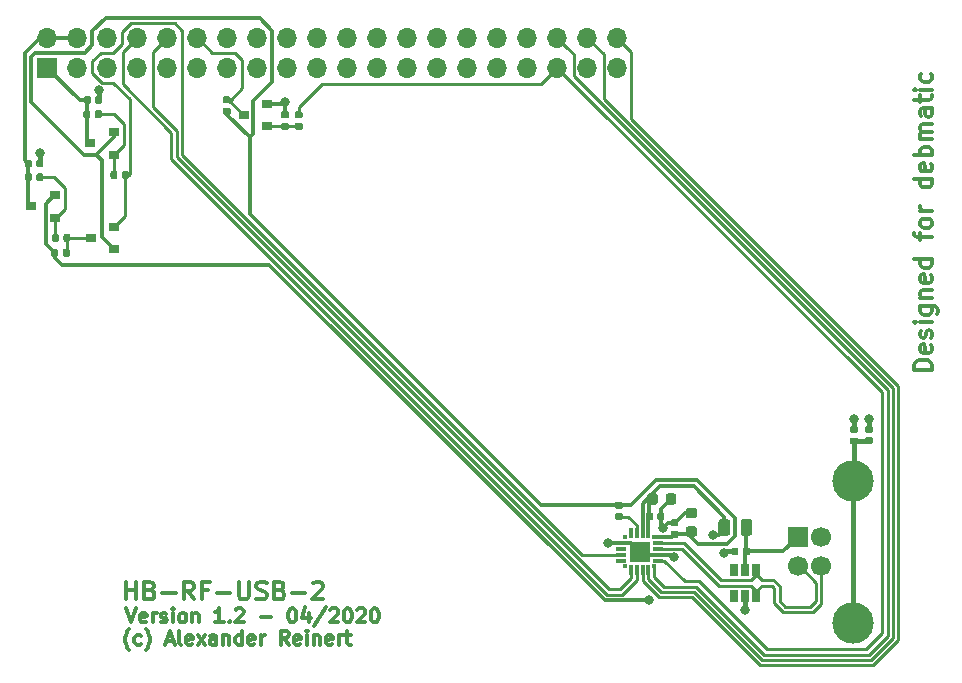
<source format=gbr>
G04 #@! TF.GenerationSoftware,KiCad,Pcbnew,(5.1.5)-3*
G04 #@! TF.CreationDate,2020-05-08T10:51:27+02:00*
G04 #@! TF.ProjectId,HB-RF-USB-2,48422d52-462d-4555-9342-2d322e6b6963,rev?*
G04 #@! TF.SameCoordinates,PX4c4b400PY7270e00*
G04 #@! TF.FileFunction,Copper,L1,Top*
G04 #@! TF.FilePolarity,Positive*
%FSLAX46Y46*%
G04 Gerber Fmt 4.6, Leading zero omitted, Abs format (unit mm)*
G04 Created by KiCad (PCBNEW (5.1.5)-3) date 2020-05-08 10:51:27*
%MOMM*%
%LPD*%
G04 APERTURE LIST*
%ADD10C,0.300000*%
%ADD11R,1.800000X1.800000*%
%ADD12R,0.300000X0.900000*%
%ADD13R,0.300000X0.300000*%
%ADD14R,0.900000X0.300000*%
%ADD15R,0.650000X1.060000*%
%ADD16R,1.700000X1.700000*%
%ADD17O,1.700000X1.700000*%
%ADD18C,1.700000*%
%ADD19C,3.500000*%
%ADD20C,0.100000*%
%ADD21R,0.900000X0.800000*%
%ADD22C,0.800000*%
%ADD23C,0.400000*%
%ADD24C,0.250000*%
G04 APERTURE END LIST*
D10*
X83263971Y25661200D02*
X81763971Y25661200D01*
X81763971Y26018343D01*
X81835400Y26232629D01*
X81978257Y26375486D01*
X82121114Y26446915D01*
X82406828Y26518343D01*
X82621114Y26518343D01*
X82906828Y26446915D01*
X83049685Y26375486D01*
X83192542Y26232629D01*
X83263971Y26018343D01*
X83263971Y25661200D01*
X83192542Y27732629D02*
X83263971Y27589772D01*
X83263971Y27304058D01*
X83192542Y27161200D01*
X83049685Y27089772D01*
X82478257Y27089772D01*
X82335400Y27161200D01*
X82263971Y27304058D01*
X82263971Y27589772D01*
X82335400Y27732629D01*
X82478257Y27804058D01*
X82621114Y27804058D01*
X82763971Y27089772D01*
X83192542Y28375486D02*
X83263971Y28518343D01*
X83263971Y28804058D01*
X83192542Y28946915D01*
X83049685Y29018343D01*
X82978257Y29018343D01*
X82835400Y28946915D01*
X82763971Y28804058D01*
X82763971Y28589772D01*
X82692542Y28446915D01*
X82549685Y28375486D01*
X82478257Y28375486D01*
X82335400Y28446915D01*
X82263971Y28589772D01*
X82263971Y28804058D01*
X82335400Y28946915D01*
X83263971Y29661200D02*
X82263971Y29661200D01*
X81763971Y29661200D02*
X81835400Y29589772D01*
X81906828Y29661200D01*
X81835400Y29732629D01*
X81763971Y29661200D01*
X81906828Y29661200D01*
X82263971Y31018343D02*
X83478257Y31018343D01*
X83621114Y30946915D01*
X83692542Y30875486D01*
X83763971Y30732629D01*
X83763971Y30518343D01*
X83692542Y30375486D01*
X83192542Y31018343D02*
X83263971Y30875486D01*
X83263971Y30589772D01*
X83192542Y30446915D01*
X83121114Y30375486D01*
X82978257Y30304058D01*
X82549685Y30304058D01*
X82406828Y30375486D01*
X82335400Y30446915D01*
X82263971Y30589772D01*
X82263971Y30875486D01*
X82335400Y31018343D01*
X82263971Y31732629D02*
X83263971Y31732629D01*
X82406828Y31732629D02*
X82335400Y31804058D01*
X82263971Y31946915D01*
X82263971Y32161200D01*
X82335400Y32304058D01*
X82478257Y32375486D01*
X83263971Y32375486D01*
X83192542Y33661200D02*
X83263971Y33518343D01*
X83263971Y33232629D01*
X83192542Y33089772D01*
X83049685Y33018343D01*
X82478257Y33018343D01*
X82335400Y33089772D01*
X82263971Y33232629D01*
X82263971Y33518343D01*
X82335400Y33661200D01*
X82478257Y33732629D01*
X82621114Y33732629D01*
X82763971Y33018343D01*
X83263971Y35018343D02*
X81763971Y35018343D01*
X83192542Y35018343D02*
X83263971Y34875486D01*
X83263971Y34589772D01*
X83192542Y34446915D01*
X83121114Y34375486D01*
X82978257Y34304058D01*
X82549685Y34304058D01*
X82406828Y34375486D01*
X82335400Y34446915D01*
X82263971Y34589772D01*
X82263971Y34875486D01*
X82335400Y35018343D01*
X82263971Y36661200D02*
X82263971Y37232629D01*
X83263971Y36875486D02*
X81978257Y36875486D01*
X81835400Y36946915D01*
X81763971Y37089772D01*
X81763971Y37232629D01*
X83263971Y37946915D02*
X83192542Y37804058D01*
X83121114Y37732629D01*
X82978257Y37661200D01*
X82549685Y37661200D01*
X82406828Y37732629D01*
X82335400Y37804058D01*
X82263971Y37946915D01*
X82263971Y38161200D01*
X82335400Y38304058D01*
X82406828Y38375486D01*
X82549685Y38446915D01*
X82978257Y38446915D01*
X83121114Y38375486D01*
X83192542Y38304058D01*
X83263971Y38161200D01*
X83263971Y37946915D01*
X83263971Y39089772D02*
X82263971Y39089772D01*
X82549685Y39089772D02*
X82406828Y39161200D01*
X82335400Y39232629D01*
X82263971Y39375486D01*
X82263971Y39518343D01*
X83263971Y41804058D02*
X81763971Y41804058D01*
X83192542Y41804058D02*
X83263971Y41661200D01*
X83263971Y41375486D01*
X83192542Y41232629D01*
X83121114Y41161200D01*
X82978257Y41089772D01*
X82549685Y41089772D01*
X82406828Y41161200D01*
X82335400Y41232629D01*
X82263971Y41375486D01*
X82263971Y41661200D01*
X82335400Y41804058D01*
X83192542Y43089772D02*
X83263971Y42946915D01*
X83263971Y42661200D01*
X83192542Y42518343D01*
X83049685Y42446915D01*
X82478257Y42446915D01*
X82335400Y42518343D01*
X82263971Y42661200D01*
X82263971Y42946915D01*
X82335400Y43089772D01*
X82478257Y43161200D01*
X82621114Y43161200D01*
X82763971Y42446915D01*
X83263971Y43804058D02*
X81763971Y43804058D01*
X82335400Y43804058D02*
X82263971Y43946915D01*
X82263971Y44232629D01*
X82335400Y44375486D01*
X82406828Y44446915D01*
X82549685Y44518343D01*
X82978257Y44518343D01*
X83121114Y44446915D01*
X83192542Y44375486D01*
X83263971Y44232629D01*
X83263971Y43946915D01*
X83192542Y43804058D01*
X83263971Y45161200D02*
X82263971Y45161200D01*
X82406828Y45161200D02*
X82335400Y45232629D01*
X82263971Y45375486D01*
X82263971Y45589772D01*
X82335400Y45732629D01*
X82478257Y45804058D01*
X83263971Y45804058D01*
X82478257Y45804058D02*
X82335400Y45875486D01*
X82263971Y46018343D01*
X82263971Y46232629D01*
X82335400Y46375486D01*
X82478257Y46446915D01*
X83263971Y46446915D01*
X83263971Y47804058D02*
X82478257Y47804058D01*
X82335400Y47732629D01*
X82263971Y47589772D01*
X82263971Y47304058D01*
X82335400Y47161200D01*
X83192542Y47804058D02*
X83263971Y47661200D01*
X83263971Y47304058D01*
X83192542Y47161200D01*
X83049685Y47089772D01*
X82906828Y47089772D01*
X82763971Y47161200D01*
X82692542Y47304058D01*
X82692542Y47661200D01*
X82621114Y47804058D01*
X82263971Y48304058D02*
X82263971Y48875486D01*
X81763971Y48518343D02*
X83049685Y48518343D01*
X83192542Y48589772D01*
X83263971Y48732629D01*
X83263971Y48875486D01*
X83263971Y49375486D02*
X82263971Y49375486D01*
X81763971Y49375486D02*
X81835400Y49304058D01*
X81906828Y49375486D01*
X81835400Y49446915D01*
X81763971Y49375486D01*
X81906828Y49375486D01*
X83192542Y50732629D02*
X83263971Y50589772D01*
X83263971Y50304058D01*
X83192542Y50161200D01*
X83121114Y50089772D01*
X82978257Y50018343D01*
X82549685Y50018343D01*
X82406828Y50089772D01*
X82335400Y50161200D01*
X82263971Y50304058D01*
X82263971Y50589772D01*
X82335400Y50732629D01*
X15311571Y1906000D02*
X15254428Y1963143D01*
X15140142Y2134572D01*
X15083000Y2248858D01*
X15025857Y2420286D01*
X14968714Y2706000D01*
X14968714Y2934572D01*
X15025857Y3220286D01*
X15083000Y3391715D01*
X15140142Y3506000D01*
X15254428Y3677429D01*
X15311571Y3734572D01*
X16283000Y2420286D02*
X16168714Y2363143D01*
X15940142Y2363143D01*
X15825857Y2420286D01*
X15768714Y2477429D01*
X15711571Y2591715D01*
X15711571Y2934572D01*
X15768714Y3048858D01*
X15825857Y3106000D01*
X15940142Y3163143D01*
X16168714Y3163143D01*
X16283000Y3106000D01*
X16683000Y1906000D02*
X16740142Y1963143D01*
X16854428Y2134572D01*
X16911571Y2248858D01*
X16968714Y2420286D01*
X17025857Y2706000D01*
X17025857Y2934572D01*
X16968714Y3220286D01*
X16911571Y3391715D01*
X16854428Y3506000D01*
X16740142Y3677429D01*
X16683000Y3734572D01*
X18454428Y2706000D02*
X19025857Y2706000D01*
X18340142Y2363143D02*
X18740142Y3563143D01*
X19140142Y2363143D01*
X19711571Y2363143D02*
X19597285Y2420286D01*
X19540142Y2534572D01*
X19540142Y3563143D01*
X20625857Y2420286D02*
X20511571Y2363143D01*
X20283000Y2363143D01*
X20168714Y2420286D01*
X20111571Y2534572D01*
X20111571Y2991715D01*
X20168714Y3106000D01*
X20283000Y3163143D01*
X20511571Y3163143D01*
X20625857Y3106000D01*
X20683000Y2991715D01*
X20683000Y2877429D01*
X20111571Y2763143D01*
X21083000Y2363143D02*
X21711571Y3163143D01*
X21083000Y3163143D02*
X21711571Y2363143D01*
X22683000Y2363143D02*
X22683000Y2991715D01*
X22625857Y3106000D01*
X22511571Y3163143D01*
X22283000Y3163143D01*
X22168714Y3106000D01*
X22683000Y2420286D02*
X22568714Y2363143D01*
X22283000Y2363143D01*
X22168714Y2420286D01*
X22111571Y2534572D01*
X22111571Y2648858D01*
X22168714Y2763143D01*
X22283000Y2820286D01*
X22568714Y2820286D01*
X22683000Y2877429D01*
X23254428Y3163143D02*
X23254428Y2363143D01*
X23254428Y3048858D02*
X23311571Y3106000D01*
X23425857Y3163143D01*
X23597285Y3163143D01*
X23711571Y3106000D01*
X23768714Y2991715D01*
X23768714Y2363143D01*
X24854428Y2363143D02*
X24854428Y3563143D01*
X24854428Y2420286D02*
X24740142Y2363143D01*
X24511571Y2363143D01*
X24397285Y2420286D01*
X24340142Y2477429D01*
X24283000Y2591715D01*
X24283000Y2934572D01*
X24340142Y3048858D01*
X24397285Y3106000D01*
X24511571Y3163143D01*
X24740142Y3163143D01*
X24854428Y3106000D01*
X25883000Y2420286D02*
X25768714Y2363143D01*
X25540142Y2363143D01*
X25425857Y2420286D01*
X25368714Y2534572D01*
X25368714Y2991715D01*
X25425857Y3106000D01*
X25540142Y3163143D01*
X25768714Y3163143D01*
X25883000Y3106000D01*
X25940142Y2991715D01*
X25940142Y2877429D01*
X25368714Y2763143D01*
X26454428Y2363143D02*
X26454428Y3163143D01*
X26454428Y2934572D02*
X26511571Y3048858D01*
X26568714Y3106000D01*
X26683000Y3163143D01*
X26797285Y3163143D01*
X28797285Y2363143D02*
X28397285Y2934572D01*
X28111571Y2363143D02*
X28111571Y3563143D01*
X28568714Y3563143D01*
X28683000Y3506000D01*
X28740142Y3448858D01*
X28797285Y3334572D01*
X28797285Y3163143D01*
X28740142Y3048858D01*
X28683000Y2991715D01*
X28568714Y2934572D01*
X28111571Y2934572D01*
X29768714Y2420286D02*
X29654428Y2363143D01*
X29425857Y2363143D01*
X29311571Y2420286D01*
X29254428Y2534572D01*
X29254428Y2991715D01*
X29311571Y3106000D01*
X29425857Y3163143D01*
X29654428Y3163143D01*
X29768714Y3106000D01*
X29825857Y2991715D01*
X29825857Y2877429D01*
X29254428Y2763143D01*
X30340142Y2363143D02*
X30340142Y3163143D01*
X30340142Y3563143D02*
X30283000Y3506000D01*
X30340142Y3448858D01*
X30397285Y3506000D01*
X30340142Y3563143D01*
X30340142Y3448858D01*
X30911571Y3163143D02*
X30911571Y2363143D01*
X30911571Y3048858D02*
X30968714Y3106000D01*
X31083000Y3163143D01*
X31254428Y3163143D01*
X31368714Y3106000D01*
X31425857Y2991715D01*
X31425857Y2363143D01*
X32454428Y2420286D02*
X32340142Y2363143D01*
X32111571Y2363143D01*
X31997285Y2420286D01*
X31940142Y2534572D01*
X31940142Y2991715D01*
X31997285Y3106000D01*
X32111571Y3163143D01*
X32340142Y3163143D01*
X32454428Y3106000D01*
X32511571Y2991715D01*
X32511571Y2877429D01*
X31940142Y2763143D01*
X33025857Y2363143D02*
X33025857Y3163143D01*
X33025857Y2934572D02*
X33083000Y3048858D01*
X33140142Y3106000D01*
X33254428Y3163143D01*
X33368714Y3163143D01*
X33597285Y3163143D02*
X34054428Y3163143D01*
X33768714Y3563143D02*
X33768714Y2534572D01*
X33825857Y2420286D01*
X33940142Y2363143D01*
X34054428Y2363143D01*
X15051285Y5468143D02*
X15451285Y4268143D01*
X15851285Y5468143D01*
X16708428Y4325286D02*
X16594142Y4268143D01*
X16365571Y4268143D01*
X16251285Y4325286D01*
X16194142Y4439572D01*
X16194142Y4896715D01*
X16251285Y5011000D01*
X16365571Y5068143D01*
X16594142Y5068143D01*
X16708428Y5011000D01*
X16765571Y4896715D01*
X16765571Y4782429D01*
X16194142Y4668143D01*
X17279857Y4268143D02*
X17279857Y5068143D01*
X17279857Y4839572D02*
X17337000Y4953858D01*
X17394142Y5011000D01*
X17508428Y5068143D01*
X17622714Y5068143D01*
X17965571Y4325286D02*
X18079857Y4268143D01*
X18308428Y4268143D01*
X18422714Y4325286D01*
X18479857Y4439572D01*
X18479857Y4496715D01*
X18422714Y4611000D01*
X18308428Y4668143D01*
X18137000Y4668143D01*
X18022714Y4725286D01*
X17965571Y4839572D01*
X17965571Y4896715D01*
X18022714Y5011000D01*
X18137000Y5068143D01*
X18308428Y5068143D01*
X18422714Y5011000D01*
X18994142Y4268143D02*
X18994142Y5068143D01*
X18994142Y5468143D02*
X18937000Y5411000D01*
X18994142Y5353858D01*
X19051285Y5411000D01*
X18994142Y5468143D01*
X18994142Y5353858D01*
X19737000Y4268143D02*
X19622714Y4325286D01*
X19565571Y4382429D01*
X19508428Y4496715D01*
X19508428Y4839572D01*
X19565571Y4953858D01*
X19622714Y5011000D01*
X19737000Y5068143D01*
X19908428Y5068143D01*
X20022714Y5011000D01*
X20079857Y4953858D01*
X20137000Y4839572D01*
X20137000Y4496715D01*
X20079857Y4382429D01*
X20022714Y4325286D01*
X19908428Y4268143D01*
X19737000Y4268143D01*
X20651285Y5068143D02*
X20651285Y4268143D01*
X20651285Y4953858D02*
X20708428Y5011000D01*
X20822714Y5068143D01*
X20994142Y5068143D01*
X21108428Y5011000D01*
X21165571Y4896715D01*
X21165571Y4268143D01*
X23279857Y4268143D02*
X22594142Y4268143D01*
X22937000Y4268143D02*
X22937000Y5468143D01*
X22822714Y5296715D01*
X22708428Y5182429D01*
X22594142Y5125286D01*
X23794142Y4382429D02*
X23851285Y4325286D01*
X23794142Y4268143D01*
X23737000Y4325286D01*
X23794142Y4382429D01*
X23794142Y4268143D01*
X24308428Y5353858D02*
X24365571Y5411000D01*
X24479857Y5468143D01*
X24765571Y5468143D01*
X24879857Y5411000D01*
X24937000Y5353858D01*
X24994142Y5239572D01*
X24994142Y5125286D01*
X24937000Y4953858D01*
X24251285Y4268143D01*
X24994142Y4268143D01*
X26422714Y4725286D02*
X27337000Y4725286D01*
X29051285Y5468143D02*
X29165571Y5468143D01*
X29279857Y5411000D01*
X29337000Y5353858D01*
X29394142Y5239572D01*
X29451285Y5011000D01*
X29451285Y4725286D01*
X29394142Y4496715D01*
X29337000Y4382429D01*
X29279857Y4325286D01*
X29165571Y4268143D01*
X29051285Y4268143D01*
X28937000Y4325286D01*
X28879857Y4382429D01*
X28822714Y4496715D01*
X28765571Y4725286D01*
X28765571Y5011000D01*
X28822714Y5239572D01*
X28879857Y5353858D01*
X28937000Y5411000D01*
X29051285Y5468143D01*
X30479857Y5068143D02*
X30479857Y4268143D01*
X30194142Y5525286D02*
X29908428Y4668143D01*
X30651285Y4668143D01*
X31965571Y5525286D02*
X30937000Y3982429D01*
X32308428Y5353858D02*
X32365571Y5411000D01*
X32479857Y5468143D01*
X32765571Y5468143D01*
X32879857Y5411000D01*
X32937000Y5353858D01*
X32994142Y5239572D01*
X32994142Y5125286D01*
X32937000Y4953858D01*
X32251285Y4268143D01*
X32994142Y4268143D01*
X33737000Y5468143D02*
X33851285Y5468143D01*
X33965571Y5411000D01*
X34022714Y5353858D01*
X34079857Y5239572D01*
X34137000Y5011000D01*
X34137000Y4725286D01*
X34079857Y4496715D01*
X34022714Y4382429D01*
X33965571Y4325286D01*
X33851285Y4268143D01*
X33737000Y4268143D01*
X33622714Y4325286D01*
X33565571Y4382429D01*
X33508428Y4496715D01*
X33451285Y4725286D01*
X33451285Y5011000D01*
X33508428Y5239572D01*
X33565571Y5353858D01*
X33622714Y5411000D01*
X33737000Y5468143D01*
X34594142Y5353858D02*
X34651285Y5411000D01*
X34765571Y5468143D01*
X35051285Y5468143D01*
X35165571Y5411000D01*
X35222714Y5353858D01*
X35279857Y5239572D01*
X35279857Y5125286D01*
X35222714Y4953858D01*
X34537000Y4268143D01*
X35279857Y4268143D01*
X36022714Y5468143D02*
X36137000Y5468143D01*
X36251285Y5411000D01*
X36308428Y5353858D01*
X36365571Y5239572D01*
X36422714Y5011000D01*
X36422714Y4725286D01*
X36365571Y4496715D01*
X36308428Y4382429D01*
X36251285Y4325286D01*
X36137000Y4268143D01*
X36022714Y4268143D01*
X35908428Y4325286D01*
X35851285Y4382429D01*
X35794142Y4496715D01*
X35737000Y4725286D01*
X35737000Y5011000D01*
X35794142Y5239572D01*
X35851285Y5353858D01*
X35908428Y5411000D01*
X36022714Y5468143D01*
X14998142Y6205429D02*
X14998142Y7705429D01*
X14998142Y6991143D02*
X15855285Y6991143D01*
X15855285Y6205429D02*
X15855285Y7705429D01*
X17069571Y6991143D02*
X17283857Y6919715D01*
X17355285Y6848286D01*
X17426714Y6705429D01*
X17426714Y6491143D01*
X17355285Y6348286D01*
X17283857Y6276858D01*
X17141000Y6205429D01*
X16569571Y6205429D01*
X16569571Y7705429D01*
X17069571Y7705429D01*
X17212428Y7634000D01*
X17283857Y7562572D01*
X17355285Y7419715D01*
X17355285Y7276858D01*
X17283857Y7134000D01*
X17212428Y7062572D01*
X17069571Y6991143D01*
X16569571Y6991143D01*
X18069571Y6776858D02*
X19212428Y6776858D01*
X20783857Y6205429D02*
X20283857Y6919715D01*
X19926714Y6205429D02*
X19926714Y7705429D01*
X20498142Y7705429D01*
X20641000Y7634000D01*
X20712428Y7562572D01*
X20783857Y7419715D01*
X20783857Y7205429D01*
X20712428Y7062572D01*
X20641000Y6991143D01*
X20498142Y6919715D01*
X19926714Y6919715D01*
X21926714Y6991143D02*
X21426714Y6991143D01*
X21426714Y6205429D02*
X21426714Y7705429D01*
X22141000Y7705429D01*
X22712428Y6776858D02*
X23855285Y6776858D01*
X24569571Y7705429D02*
X24569571Y6491143D01*
X24641000Y6348286D01*
X24712428Y6276858D01*
X24855285Y6205429D01*
X25141000Y6205429D01*
X25283857Y6276858D01*
X25355285Y6348286D01*
X25426714Y6491143D01*
X25426714Y7705429D01*
X26069571Y6276858D02*
X26283857Y6205429D01*
X26641000Y6205429D01*
X26783857Y6276858D01*
X26855285Y6348286D01*
X26926714Y6491143D01*
X26926714Y6634000D01*
X26855285Y6776858D01*
X26783857Y6848286D01*
X26641000Y6919715D01*
X26355285Y6991143D01*
X26212428Y7062572D01*
X26141000Y7134000D01*
X26069571Y7276858D01*
X26069571Y7419715D01*
X26141000Y7562572D01*
X26212428Y7634000D01*
X26355285Y7705429D01*
X26712428Y7705429D01*
X26926714Y7634000D01*
X28069571Y6991143D02*
X28283857Y6919715D01*
X28355285Y6848286D01*
X28426714Y6705429D01*
X28426714Y6491143D01*
X28355285Y6348286D01*
X28283857Y6276858D01*
X28141000Y6205429D01*
X27569571Y6205429D01*
X27569571Y7705429D01*
X28069571Y7705429D01*
X28212428Y7634000D01*
X28283857Y7562572D01*
X28355285Y7419715D01*
X28355285Y7276858D01*
X28283857Y7134000D01*
X28212428Y7062572D01*
X28069571Y6991143D01*
X27569571Y6991143D01*
X29069571Y6776858D02*
X30212428Y6776858D01*
X30855285Y7562572D02*
X30926714Y7634000D01*
X31069571Y7705429D01*
X31426714Y7705429D01*
X31569571Y7634000D01*
X31641000Y7562572D01*
X31712428Y7419715D01*
X31712428Y7276858D01*
X31641000Y7062572D01*
X30783857Y6205429D01*
X31712428Y6205429D01*
D11*
X58506200Y10246600D03*
D12*
X59256200Y8696600D03*
X58756200Y8696600D03*
X58256200Y8696600D03*
X57756200Y8696600D03*
D13*
X57256200Y8996600D03*
D14*
X56956200Y9496600D03*
X56956200Y9996600D03*
X56956200Y10496600D03*
X56956200Y10996600D03*
D13*
X57256200Y11496600D03*
D12*
X57756200Y11796600D03*
X58256200Y11796600D03*
X58756200Y11796600D03*
X59256200Y11796600D03*
D13*
X59756200Y11496600D03*
D14*
X60056200Y10996600D03*
X60056200Y10496600D03*
X60056200Y9996600D03*
X60056200Y9496600D03*
D13*
X59756200Y8996600D03*
D15*
X66497000Y6505000D03*
X67447000Y6505000D03*
X68397000Y6505000D03*
X68397000Y8705000D03*
X66497000Y8705000D03*
X67447000Y8705000D03*
D16*
X8370000Y51230000D03*
D17*
X8370000Y53770000D03*
X10910000Y51230000D03*
X10910000Y53770000D03*
X13450000Y51230000D03*
X13450000Y53770000D03*
X15990000Y51230000D03*
X15990000Y53770000D03*
X18530000Y51230000D03*
X18530000Y53770000D03*
X21070000Y51230000D03*
X21070000Y53770000D03*
X23610000Y51230000D03*
X23610000Y53770000D03*
X26150000Y51230000D03*
X26150000Y53770000D03*
X28690000Y51230000D03*
X28690000Y53770000D03*
X31230000Y51230000D03*
X31230000Y53770000D03*
X33770000Y51230000D03*
X33770000Y53770000D03*
X36310000Y51230000D03*
X36310000Y53770000D03*
X38850000Y51230000D03*
X38850000Y53770000D03*
X41390000Y51230000D03*
X41390000Y53770000D03*
X43930000Y51230000D03*
X43930000Y53770000D03*
X46470000Y51230000D03*
X46470000Y53770000D03*
X49010000Y51230000D03*
X49010000Y53770000D03*
X51550000Y51230000D03*
X51550000Y53770000D03*
X54090000Y51230000D03*
X54090000Y53770000D03*
X56630000Y51230000D03*
X56630000Y53770000D03*
D16*
X71892000Y11500000D03*
D18*
X71892000Y9000000D03*
X73892000Y9000000D03*
X73892000Y11500000D03*
D19*
X76602000Y16270000D03*
X76602000Y4230000D03*
G04 #@! TA.AperFunction,SMDPad,CuDef*
D20*
G36*
X60473958Y13563090D02*
G01*
X60488276Y13560966D01*
X60502317Y13557449D01*
X60515946Y13552572D01*
X60529031Y13546383D01*
X60541447Y13538942D01*
X60553073Y13530319D01*
X60563798Y13520598D01*
X60573519Y13509873D01*
X60582142Y13498247D01*
X60589583Y13485831D01*
X60595772Y13472746D01*
X60600649Y13459117D01*
X60604166Y13445076D01*
X60606290Y13430758D01*
X60607000Y13416300D01*
X60607000Y13071300D01*
X60606290Y13056842D01*
X60604166Y13042524D01*
X60600649Y13028483D01*
X60595772Y13014854D01*
X60589583Y13001769D01*
X60582142Y12989353D01*
X60573519Y12977727D01*
X60563798Y12967002D01*
X60553073Y12957281D01*
X60541447Y12948658D01*
X60529031Y12941217D01*
X60515946Y12935028D01*
X60502317Y12930151D01*
X60488276Y12926634D01*
X60473958Y12924510D01*
X60459500Y12923800D01*
X60164500Y12923800D01*
X60150042Y12924510D01*
X60135724Y12926634D01*
X60121683Y12930151D01*
X60108054Y12935028D01*
X60094969Y12941217D01*
X60082553Y12948658D01*
X60070927Y12957281D01*
X60060202Y12967002D01*
X60050481Y12977727D01*
X60041858Y12989353D01*
X60034417Y13001769D01*
X60028228Y13014854D01*
X60023351Y13028483D01*
X60019834Y13042524D01*
X60017710Y13056842D01*
X60017000Y13071300D01*
X60017000Y13416300D01*
X60017710Y13430758D01*
X60019834Y13445076D01*
X60023351Y13459117D01*
X60028228Y13472746D01*
X60034417Y13485831D01*
X60041858Y13498247D01*
X60050481Y13509873D01*
X60060202Y13520598D01*
X60070927Y13530319D01*
X60082553Y13538942D01*
X60094969Y13546383D01*
X60108054Y13552572D01*
X60121683Y13557449D01*
X60135724Y13560966D01*
X60150042Y13563090D01*
X60164500Y13563800D01*
X60459500Y13563800D01*
X60473958Y13563090D01*
G37*
G04 #@! TD.AperFunction*
G04 #@! TA.AperFunction,SMDPad,CuDef*
G36*
X59503958Y13563090D02*
G01*
X59518276Y13560966D01*
X59532317Y13557449D01*
X59545946Y13552572D01*
X59559031Y13546383D01*
X59571447Y13538942D01*
X59583073Y13530319D01*
X59593798Y13520598D01*
X59603519Y13509873D01*
X59612142Y13498247D01*
X59619583Y13485831D01*
X59625772Y13472746D01*
X59630649Y13459117D01*
X59634166Y13445076D01*
X59636290Y13430758D01*
X59637000Y13416300D01*
X59637000Y13071300D01*
X59636290Y13056842D01*
X59634166Y13042524D01*
X59630649Y13028483D01*
X59625772Y13014854D01*
X59619583Y13001769D01*
X59612142Y12989353D01*
X59603519Y12977727D01*
X59593798Y12967002D01*
X59583073Y12957281D01*
X59571447Y12948658D01*
X59559031Y12941217D01*
X59545946Y12935028D01*
X59532317Y12930151D01*
X59518276Y12926634D01*
X59503958Y12924510D01*
X59489500Y12923800D01*
X59194500Y12923800D01*
X59180042Y12924510D01*
X59165724Y12926634D01*
X59151683Y12930151D01*
X59138054Y12935028D01*
X59124969Y12941217D01*
X59112553Y12948658D01*
X59100927Y12957281D01*
X59090202Y12967002D01*
X59080481Y12977727D01*
X59071858Y12989353D01*
X59064417Y13001769D01*
X59058228Y13014854D01*
X59053351Y13028483D01*
X59049834Y13042524D01*
X59047710Y13056842D01*
X59047000Y13071300D01*
X59047000Y13416300D01*
X59047710Y13430758D01*
X59049834Y13445076D01*
X59053351Y13459117D01*
X59058228Y13472746D01*
X59064417Y13485831D01*
X59071858Y13498247D01*
X59080481Y13509873D01*
X59090202Y13520598D01*
X59100927Y13530319D01*
X59112553Y13538942D01*
X59124969Y13546383D01*
X59138054Y13552572D01*
X59151683Y13557449D01*
X59165724Y13560966D01*
X59180042Y13563090D01*
X59194500Y13563800D01*
X59489500Y13563800D01*
X59503958Y13563090D01*
G37*
G04 #@! TD.AperFunction*
G04 #@! TA.AperFunction,SMDPad,CuDef*
G36*
X11878958Y47611790D02*
G01*
X11893276Y47609666D01*
X11907317Y47606149D01*
X11920946Y47601272D01*
X11934031Y47595083D01*
X11946447Y47587642D01*
X11958073Y47579019D01*
X11968798Y47569298D01*
X11978519Y47558573D01*
X11987142Y47546947D01*
X11994583Y47534531D01*
X12000772Y47521446D01*
X12005649Y47507817D01*
X12009166Y47493776D01*
X12011290Y47479458D01*
X12012000Y47465000D01*
X12012000Y47120000D01*
X12011290Y47105542D01*
X12009166Y47091224D01*
X12005649Y47077183D01*
X12000772Y47063554D01*
X11994583Y47050469D01*
X11987142Y47038053D01*
X11978519Y47026427D01*
X11968798Y47015702D01*
X11958073Y47005981D01*
X11946447Y46997358D01*
X11934031Y46989917D01*
X11920946Y46983728D01*
X11907317Y46978851D01*
X11893276Y46975334D01*
X11878958Y46973210D01*
X11864500Y46972500D01*
X11569500Y46972500D01*
X11555042Y46973210D01*
X11540724Y46975334D01*
X11526683Y46978851D01*
X11513054Y46983728D01*
X11499969Y46989917D01*
X11487553Y46997358D01*
X11475927Y47005981D01*
X11465202Y47015702D01*
X11455481Y47026427D01*
X11446858Y47038053D01*
X11439417Y47050469D01*
X11433228Y47063554D01*
X11428351Y47077183D01*
X11424834Y47091224D01*
X11422710Y47105542D01*
X11422000Y47120000D01*
X11422000Y47465000D01*
X11422710Y47479458D01*
X11424834Y47493776D01*
X11428351Y47507817D01*
X11433228Y47521446D01*
X11439417Y47534531D01*
X11446858Y47546947D01*
X11455481Y47558573D01*
X11465202Y47569298D01*
X11475927Y47579019D01*
X11487553Y47587642D01*
X11499969Y47595083D01*
X11513054Y47601272D01*
X11526683Y47606149D01*
X11540724Y47609666D01*
X11555042Y47611790D01*
X11569500Y47612500D01*
X11864500Y47612500D01*
X11878958Y47611790D01*
G37*
G04 #@! TD.AperFunction*
G04 #@! TA.AperFunction,SMDPad,CuDef*
G36*
X12848958Y47611790D02*
G01*
X12863276Y47609666D01*
X12877317Y47606149D01*
X12890946Y47601272D01*
X12904031Y47595083D01*
X12916447Y47587642D01*
X12928073Y47579019D01*
X12938798Y47569298D01*
X12948519Y47558573D01*
X12957142Y47546947D01*
X12964583Y47534531D01*
X12970772Y47521446D01*
X12975649Y47507817D01*
X12979166Y47493776D01*
X12981290Y47479458D01*
X12982000Y47465000D01*
X12982000Y47120000D01*
X12981290Y47105542D01*
X12979166Y47091224D01*
X12975649Y47077183D01*
X12970772Y47063554D01*
X12964583Y47050469D01*
X12957142Y47038053D01*
X12948519Y47026427D01*
X12938798Y47015702D01*
X12928073Y47005981D01*
X12916447Y46997358D01*
X12904031Y46989917D01*
X12890946Y46983728D01*
X12877317Y46978851D01*
X12863276Y46975334D01*
X12848958Y46973210D01*
X12834500Y46972500D01*
X12539500Y46972500D01*
X12525042Y46973210D01*
X12510724Y46975334D01*
X12496683Y46978851D01*
X12483054Y46983728D01*
X12469969Y46989917D01*
X12457553Y46997358D01*
X12445927Y47005981D01*
X12435202Y47015702D01*
X12425481Y47026427D01*
X12416858Y47038053D01*
X12409417Y47050469D01*
X12403228Y47063554D01*
X12398351Y47077183D01*
X12394834Y47091224D01*
X12392710Y47105542D01*
X12392000Y47120000D01*
X12392000Y47465000D01*
X12392710Y47479458D01*
X12394834Y47493776D01*
X12398351Y47507817D01*
X12403228Y47521446D01*
X12409417Y47534531D01*
X12416858Y47546947D01*
X12425481Y47558573D01*
X12435202Y47569298D01*
X12445927Y47579019D01*
X12457553Y47587642D01*
X12469969Y47595083D01*
X12483054Y47601272D01*
X12496683Y47606149D01*
X12510724Y47609666D01*
X12525042Y47611790D01*
X12539500Y47612500D01*
X12834500Y47612500D01*
X12848958Y47611790D01*
G37*
G04 #@! TD.AperFunction*
G04 #@! TA.AperFunction,SMDPad,CuDef*
G36*
X12871958Y48818290D02*
G01*
X12886276Y48816166D01*
X12900317Y48812649D01*
X12913946Y48807772D01*
X12927031Y48801583D01*
X12939447Y48794142D01*
X12951073Y48785519D01*
X12961798Y48775798D01*
X12971519Y48765073D01*
X12980142Y48753447D01*
X12987583Y48741031D01*
X12993772Y48727946D01*
X12998649Y48714317D01*
X13002166Y48700276D01*
X13004290Y48685958D01*
X13005000Y48671500D01*
X13005000Y48326500D01*
X13004290Y48312042D01*
X13002166Y48297724D01*
X12998649Y48283683D01*
X12993772Y48270054D01*
X12987583Y48256969D01*
X12980142Y48244553D01*
X12971519Y48232927D01*
X12961798Y48222202D01*
X12951073Y48212481D01*
X12939447Y48203858D01*
X12927031Y48196417D01*
X12913946Y48190228D01*
X12900317Y48185351D01*
X12886276Y48181834D01*
X12871958Y48179710D01*
X12857500Y48179000D01*
X12562500Y48179000D01*
X12548042Y48179710D01*
X12533724Y48181834D01*
X12519683Y48185351D01*
X12506054Y48190228D01*
X12492969Y48196417D01*
X12480553Y48203858D01*
X12468927Y48212481D01*
X12458202Y48222202D01*
X12448481Y48232927D01*
X12439858Y48244553D01*
X12432417Y48256969D01*
X12426228Y48270054D01*
X12421351Y48283683D01*
X12417834Y48297724D01*
X12415710Y48312042D01*
X12415000Y48326500D01*
X12415000Y48671500D01*
X12415710Y48685958D01*
X12417834Y48700276D01*
X12421351Y48714317D01*
X12426228Y48727946D01*
X12432417Y48741031D01*
X12439858Y48753447D01*
X12448481Y48765073D01*
X12458202Y48775798D01*
X12468927Y48785519D01*
X12480553Y48794142D01*
X12492969Y48801583D01*
X12506054Y48807772D01*
X12519683Y48812649D01*
X12533724Y48816166D01*
X12548042Y48818290D01*
X12562500Y48819000D01*
X12857500Y48819000D01*
X12871958Y48818290D01*
G37*
G04 #@! TD.AperFunction*
G04 #@! TA.AperFunction,SMDPad,CuDef*
G36*
X11901958Y48818290D02*
G01*
X11916276Y48816166D01*
X11930317Y48812649D01*
X11943946Y48807772D01*
X11957031Y48801583D01*
X11969447Y48794142D01*
X11981073Y48785519D01*
X11991798Y48775798D01*
X12001519Y48765073D01*
X12010142Y48753447D01*
X12017583Y48741031D01*
X12023772Y48727946D01*
X12028649Y48714317D01*
X12032166Y48700276D01*
X12034290Y48685958D01*
X12035000Y48671500D01*
X12035000Y48326500D01*
X12034290Y48312042D01*
X12032166Y48297724D01*
X12028649Y48283683D01*
X12023772Y48270054D01*
X12017583Y48256969D01*
X12010142Y48244553D01*
X12001519Y48232927D01*
X11991798Y48222202D01*
X11981073Y48212481D01*
X11969447Y48203858D01*
X11957031Y48196417D01*
X11943946Y48190228D01*
X11930317Y48185351D01*
X11916276Y48181834D01*
X11901958Y48179710D01*
X11887500Y48179000D01*
X11592500Y48179000D01*
X11578042Y48179710D01*
X11563724Y48181834D01*
X11549683Y48185351D01*
X11536054Y48190228D01*
X11522969Y48196417D01*
X11510553Y48203858D01*
X11498927Y48212481D01*
X11488202Y48222202D01*
X11478481Y48232927D01*
X11469858Y48244553D01*
X11462417Y48256969D01*
X11456228Y48270054D01*
X11451351Y48283683D01*
X11447834Y48297724D01*
X11445710Y48312042D01*
X11445000Y48326500D01*
X11445000Y48671500D01*
X11445710Y48685958D01*
X11447834Y48700276D01*
X11451351Y48714317D01*
X11456228Y48727946D01*
X11462417Y48741031D01*
X11469858Y48753447D01*
X11478481Y48765073D01*
X11488202Y48775798D01*
X11498927Y48785519D01*
X11510553Y48794142D01*
X11522969Y48801583D01*
X11536054Y48807772D01*
X11549683Y48812649D01*
X11563724Y48816166D01*
X11578042Y48818290D01*
X11592500Y48819000D01*
X11887500Y48819000D01*
X11901958Y48818290D01*
G37*
G04 #@! TD.AperFunction*
G04 #@! TA.AperFunction,SMDPad,CuDef*
G36*
X7895958Y43420790D02*
G01*
X7910276Y43418666D01*
X7924317Y43415149D01*
X7937946Y43410272D01*
X7951031Y43404083D01*
X7963447Y43396642D01*
X7975073Y43388019D01*
X7985798Y43378298D01*
X7995519Y43367573D01*
X8004142Y43355947D01*
X8011583Y43343531D01*
X8017772Y43330446D01*
X8022649Y43316817D01*
X8026166Y43302776D01*
X8028290Y43288458D01*
X8029000Y43274000D01*
X8029000Y42929000D01*
X8028290Y42914542D01*
X8026166Y42900224D01*
X8022649Y42886183D01*
X8017772Y42872554D01*
X8011583Y42859469D01*
X8004142Y42847053D01*
X7995519Y42835427D01*
X7985798Y42824702D01*
X7975073Y42814981D01*
X7963447Y42806358D01*
X7951031Y42798917D01*
X7937946Y42792728D01*
X7924317Y42787851D01*
X7910276Y42784334D01*
X7895958Y42782210D01*
X7881500Y42781500D01*
X7586500Y42781500D01*
X7572042Y42782210D01*
X7557724Y42784334D01*
X7543683Y42787851D01*
X7530054Y42792728D01*
X7516969Y42798917D01*
X7504553Y42806358D01*
X7492927Y42814981D01*
X7482202Y42824702D01*
X7472481Y42835427D01*
X7463858Y42847053D01*
X7456417Y42859469D01*
X7450228Y42872554D01*
X7445351Y42886183D01*
X7441834Y42900224D01*
X7439710Y42914542D01*
X7439000Y42929000D01*
X7439000Y43274000D01*
X7439710Y43288458D01*
X7441834Y43302776D01*
X7445351Y43316817D01*
X7450228Y43330446D01*
X7456417Y43343531D01*
X7463858Y43355947D01*
X7472481Y43367573D01*
X7482202Y43378298D01*
X7492927Y43388019D01*
X7504553Y43396642D01*
X7516969Y43404083D01*
X7530054Y43410272D01*
X7543683Y43415149D01*
X7557724Y43418666D01*
X7572042Y43420790D01*
X7586500Y43421500D01*
X7881500Y43421500D01*
X7895958Y43420790D01*
G37*
G04 #@! TD.AperFunction*
G04 #@! TA.AperFunction,SMDPad,CuDef*
G36*
X6925958Y43420790D02*
G01*
X6940276Y43418666D01*
X6954317Y43415149D01*
X6967946Y43410272D01*
X6981031Y43404083D01*
X6993447Y43396642D01*
X7005073Y43388019D01*
X7015798Y43378298D01*
X7025519Y43367573D01*
X7034142Y43355947D01*
X7041583Y43343531D01*
X7047772Y43330446D01*
X7052649Y43316817D01*
X7056166Y43302776D01*
X7058290Y43288458D01*
X7059000Y43274000D01*
X7059000Y42929000D01*
X7058290Y42914542D01*
X7056166Y42900224D01*
X7052649Y42886183D01*
X7047772Y42872554D01*
X7041583Y42859469D01*
X7034142Y42847053D01*
X7025519Y42835427D01*
X7015798Y42824702D01*
X7005073Y42814981D01*
X6993447Y42806358D01*
X6981031Y42798917D01*
X6967946Y42792728D01*
X6954317Y42787851D01*
X6940276Y42784334D01*
X6925958Y42782210D01*
X6911500Y42781500D01*
X6616500Y42781500D01*
X6602042Y42782210D01*
X6587724Y42784334D01*
X6573683Y42787851D01*
X6560054Y42792728D01*
X6546969Y42798917D01*
X6534553Y42806358D01*
X6522927Y42814981D01*
X6512202Y42824702D01*
X6502481Y42835427D01*
X6493858Y42847053D01*
X6486417Y42859469D01*
X6480228Y42872554D01*
X6475351Y42886183D01*
X6471834Y42900224D01*
X6469710Y42914542D01*
X6469000Y42929000D01*
X6469000Y43274000D01*
X6469710Y43288458D01*
X6471834Y43302776D01*
X6475351Y43316817D01*
X6480228Y43330446D01*
X6486417Y43343531D01*
X6493858Y43355947D01*
X6502481Y43367573D01*
X6512202Y43378298D01*
X6522927Y43388019D01*
X6534553Y43396642D01*
X6546969Y43404083D01*
X6560054Y43410272D01*
X6573683Y43415149D01*
X6587724Y43418666D01*
X6602042Y43420790D01*
X6616500Y43421500D01*
X6911500Y43421500D01*
X6925958Y43420790D01*
G37*
G04 #@! TD.AperFunction*
G04 #@! TA.AperFunction,SMDPad,CuDef*
G36*
X7895958Y42277790D02*
G01*
X7910276Y42275666D01*
X7924317Y42272149D01*
X7937946Y42267272D01*
X7951031Y42261083D01*
X7963447Y42253642D01*
X7975073Y42245019D01*
X7985798Y42235298D01*
X7995519Y42224573D01*
X8004142Y42212947D01*
X8011583Y42200531D01*
X8017772Y42187446D01*
X8022649Y42173817D01*
X8026166Y42159776D01*
X8028290Y42145458D01*
X8029000Y42131000D01*
X8029000Y41786000D01*
X8028290Y41771542D01*
X8026166Y41757224D01*
X8022649Y41743183D01*
X8017772Y41729554D01*
X8011583Y41716469D01*
X8004142Y41704053D01*
X7995519Y41692427D01*
X7985798Y41681702D01*
X7975073Y41671981D01*
X7963447Y41663358D01*
X7951031Y41655917D01*
X7937946Y41649728D01*
X7924317Y41644851D01*
X7910276Y41641334D01*
X7895958Y41639210D01*
X7881500Y41638500D01*
X7586500Y41638500D01*
X7572042Y41639210D01*
X7557724Y41641334D01*
X7543683Y41644851D01*
X7530054Y41649728D01*
X7516969Y41655917D01*
X7504553Y41663358D01*
X7492927Y41671981D01*
X7482202Y41681702D01*
X7472481Y41692427D01*
X7463858Y41704053D01*
X7456417Y41716469D01*
X7450228Y41729554D01*
X7445351Y41743183D01*
X7441834Y41757224D01*
X7439710Y41771542D01*
X7439000Y41786000D01*
X7439000Y42131000D01*
X7439710Y42145458D01*
X7441834Y42159776D01*
X7445351Y42173817D01*
X7450228Y42187446D01*
X7456417Y42200531D01*
X7463858Y42212947D01*
X7472481Y42224573D01*
X7482202Y42235298D01*
X7492927Y42245019D01*
X7504553Y42253642D01*
X7516969Y42261083D01*
X7530054Y42267272D01*
X7543683Y42272149D01*
X7557724Y42275666D01*
X7572042Y42277790D01*
X7586500Y42278500D01*
X7881500Y42278500D01*
X7895958Y42277790D01*
G37*
G04 #@! TD.AperFunction*
G04 #@! TA.AperFunction,SMDPad,CuDef*
G36*
X6925958Y42277790D02*
G01*
X6940276Y42275666D01*
X6954317Y42272149D01*
X6967946Y42267272D01*
X6981031Y42261083D01*
X6993447Y42253642D01*
X7005073Y42245019D01*
X7015798Y42235298D01*
X7025519Y42224573D01*
X7034142Y42212947D01*
X7041583Y42200531D01*
X7047772Y42187446D01*
X7052649Y42173817D01*
X7056166Y42159776D01*
X7058290Y42145458D01*
X7059000Y42131000D01*
X7059000Y41786000D01*
X7058290Y41771542D01*
X7056166Y41757224D01*
X7052649Y41743183D01*
X7047772Y41729554D01*
X7041583Y41716469D01*
X7034142Y41704053D01*
X7025519Y41692427D01*
X7015798Y41681702D01*
X7005073Y41671981D01*
X6993447Y41663358D01*
X6981031Y41655917D01*
X6967946Y41649728D01*
X6954317Y41644851D01*
X6940276Y41641334D01*
X6925958Y41639210D01*
X6911500Y41638500D01*
X6616500Y41638500D01*
X6602042Y41639210D01*
X6587724Y41641334D01*
X6573683Y41644851D01*
X6560054Y41649728D01*
X6546969Y41655917D01*
X6534553Y41663358D01*
X6522927Y41671981D01*
X6512202Y41681702D01*
X6502481Y41692427D01*
X6493858Y41704053D01*
X6486417Y41716469D01*
X6480228Y41729554D01*
X6475351Y41743183D01*
X6471834Y41757224D01*
X6469710Y41771542D01*
X6469000Y41786000D01*
X6469000Y42131000D01*
X6469710Y42145458D01*
X6471834Y42159776D01*
X6475351Y42173817D01*
X6480228Y42187446D01*
X6486417Y42200531D01*
X6493858Y42212947D01*
X6502481Y42224573D01*
X6512202Y42235298D01*
X6522927Y42245019D01*
X6534553Y42253642D01*
X6546969Y42261083D01*
X6560054Y42267272D01*
X6573683Y42272149D01*
X6587724Y42275666D01*
X6602042Y42277790D01*
X6616500Y42278500D01*
X6911500Y42278500D01*
X6925958Y42277790D01*
G37*
G04 #@! TD.AperFunction*
G04 #@! TA.AperFunction,SMDPad,CuDef*
G36*
X67712958Y10591290D02*
G01*
X67727276Y10589166D01*
X67741317Y10585649D01*
X67754946Y10580772D01*
X67768031Y10574583D01*
X67780447Y10567142D01*
X67792073Y10558519D01*
X67802798Y10548798D01*
X67812519Y10538073D01*
X67821142Y10526447D01*
X67828583Y10514031D01*
X67834772Y10500946D01*
X67839649Y10487317D01*
X67843166Y10473276D01*
X67845290Y10458958D01*
X67846000Y10444500D01*
X67846000Y10099500D01*
X67845290Y10085042D01*
X67843166Y10070724D01*
X67839649Y10056683D01*
X67834772Y10043054D01*
X67828583Y10029969D01*
X67821142Y10017553D01*
X67812519Y10005927D01*
X67802798Y9995202D01*
X67792073Y9985481D01*
X67780447Y9976858D01*
X67768031Y9969417D01*
X67754946Y9963228D01*
X67741317Y9958351D01*
X67727276Y9954834D01*
X67712958Y9952710D01*
X67698500Y9952000D01*
X67403500Y9952000D01*
X67389042Y9952710D01*
X67374724Y9954834D01*
X67360683Y9958351D01*
X67347054Y9963228D01*
X67333969Y9969417D01*
X67321553Y9976858D01*
X67309927Y9985481D01*
X67299202Y9995202D01*
X67289481Y10005927D01*
X67280858Y10017553D01*
X67273417Y10029969D01*
X67267228Y10043054D01*
X67262351Y10056683D01*
X67258834Y10070724D01*
X67256710Y10085042D01*
X67256000Y10099500D01*
X67256000Y10444500D01*
X67256710Y10458958D01*
X67258834Y10473276D01*
X67262351Y10487317D01*
X67267228Y10500946D01*
X67273417Y10514031D01*
X67280858Y10526447D01*
X67289481Y10538073D01*
X67299202Y10548798D01*
X67309927Y10558519D01*
X67321553Y10567142D01*
X67333969Y10574583D01*
X67347054Y10580772D01*
X67360683Y10585649D01*
X67374724Y10589166D01*
X67389042Y10591290D01*
X67403500Y10592000D01*
X67698500Y10592000D01*
X67712958Y10591290D01*
G37*
G04 #@! TD.AperFunction*
G04 #@! TA.AperFunction,SMDPad,CuDef*
G36*
X66742958Y10591290D02*
G01*
X66757276Y10589166D01*
X66771317Y10585649D01*
X66784946Y10580772D01*
X66798031Y10574583D01*
X66810447Y10567142D01*
X66822073Y10558519D01*
X66832798Y10548798D01*
X66842519Y10538073D01*
X66851142Y10526447D01*
X66858583Y10514031D01*
X66864772Y10500946D01*
X66869649Y10487317D01*
X66873166Y10473276D01*
X66875290Y10458958D01*
X66876000Y10444500D01*
X66876000Y10099500D01*
X66875290Y10085042D01*
X66873166Y10070724D01*
X66869649Y10056683D01*
X66864772Y10043054D01*
X66858583Y10029969D01*
X66851142Y10017553D01*
X66842519Y10005927D01*
X66832798Y9995202D01*
X66822073Y9985481D01*
X66810447Y9976858D01*
X66798031Y9969417D01*
X66784946Y9963228D01*
X66771317Y9958351D01*
X66757276Y9954834D01*
X66742958Y9952710D01*
X66728500Y9952000D01*
X66433500Y9952000D01*
X66419042Y9952710D01*
X66404724Y9954834D01*
X66390683Y9958351D01*
X66377054Y9963228D01*
X66363969Y9969417D01*
X66351553Y9976858D01*
X66339927Y9985481D01*
X66329202Y9995202D01*
X66319481Y10005927D01*
X66310858Y10017553D01*
X66303417Y10029969D01*
X66297228Y10043054D01*
X66292351Y10056683D01*
X66288834Y10070724D01*
X66286710Y10085042D01*
X66286000Y10099500D01*
X66286000Y10444500D01*
X66286710Y10458958D01*
X66288834Y10473276D01*
X66292351Y10487317D01*
X66297228Y10500946D01*
X66303417Y10514031D01*
X66310858Y10526447D01*
X66319481Y10538073D01*
X66329202Y10548798D01*
X66339927Y10558519D01*
X66351553Y10567142D01*
X66363969Y10574583D01*
X66377054Y10580772D01*
X66390683Y10585649D01*
X66404724Y10589166D01*
X66419042Y10591290D01*
X66433500Y10592000D01*
X66728500Y10592000D01*
X66742958Y10591290D01*
G37*
G04 #@! TD.AperFunction*
G04 #@! TA.AperFunction,SMDPad,CuDef*
G36*
X61413491Y15190947D02*
G01*
X61434726Y15187797D01*
X61455550Y15182581D01*
X61475762Y15175349D01*
X61495168Y15166170D01*
X61513581Y15155134D01*
X61530824Y15142346D01*
X61546730Y15127930D01*
X61561146Y15112024D01*
X61573934Y15094781D01*
X61584970Y15076368D01*
X61594149Y15056962D01*
X61601381Y15036750D01*
X61606597Y15015926D01*
X61609747Y14994691D01*
X61610800Y14973250D01*
X61610800Y14460750D01*
X61609747Y14439309D01*
X61606597Y14418074D01*
X61601381Y14397250D01*
X61594149Y14377038D01*
X61584970Y14357632D01*
X61573934Y14339219D01*
X61561146Y14321976D01*
X61546730Y14306070D01*
X61530824Y14291654D01*
X61513581Y14278866D01*
X61495168Y14267830D01*
X61475762Y14258651D01*
X61455550Y14251419D01*
X61434726Y14246203D01*
X61413491Y14243053D01*
X61392050Y14242000D01*
X60954550Y14242000D01*
X60933109Y14243053D01*
X60911874Y14246203D01*
X60891050Y14251419D01*
X60870838Y14258651D01*
X60851432Y14267830D01*
X60833019Y14278866D01*
X60815776Y14291654D01*
X60799870Y14306070D01*
X60785454Y14321976D01*
X60772666Y14339219D01*
X60761630Y14357632D01*
X60752451Y14377038D01*
X60745219Y14397250D01*
X60740003Y14418074D01*
X60736853Y14439309D01*
X60735800Y14460750D01*
X60735800Y14973250D01*
X60736853Y14994691D01*
X60740003Y15015926D01*
X60745219Y15036750D01*
X60752451Y15056962D01*
X60761630Y15076368D01*
X60772666Y15094781D01*
X60785454Y15112024D01*
X60799870Y15127930D01*
X60815776Y15142346D01*
X60833019Y15155134D01*
X60851432Y15166170D01*
X60870838Y15175349D01*
X60891050Y15182581D01*
X60911874Y15187797D01*
X60933109Y15190947D01*
X60954550Y15192000D01*
X61392050Y15192000D01*
X61413491Y15190947D01*
G37*
G04 #@! TD.AperFunction*
G04 #@! TA.AperFunction,SMDPad,CuDef*
G36*
X59838491Y15190947D02*
G01*
X59859726Y15187797D01*
X59880550Y15182581D01*
X59900762Y15175349D01*
X59920168Y15166170D01*
X59938581Y15155134D01*
X59955824Y15142346D01*
X59971730Y15127930D01*
X59986146Y15112024D01*
X59998934Y15094781D01*
X60009970Y15076368D01*
X60019149Y15056962D01*
X60026381Y15036750D01*
X60031597Y15015926D01*
X60034747Y14994691D01*
X60035800Y14973250D01*
X60035800Y14460750D01*
X60034747Y14439309D01*
X60031597Y14418074D01*
X60026381Y14397250D01*
X60019149Y14377038D01*
X60009970Y14357632D01*
X59998934Y14339219D01*
X59986146Y14321976D01*
X59971730Y14306070D01*
X59955824Y14291654D01*
X59938581Y14278866D01*
X59920168Y14267830D01*
X59900762Y14258651D01*
X59880550Y14251419D01*
X59859726Y14246203D01*
X59838491Y14243053D01*
X59817050Y14242000D01*
X59379550Y14242000D01*
X59358109Y14243053D01*
X59336874Y14246203D01*
X59316050Y14251419D01*
X59295838Y14258651D01*
X59276432Y14267830D01*
X59258019Y14278866D01*
X59240776Y14291654D01*
X59224870Y14306070D01*
X59210454Y14321976D01*
X59197666Y14339219D01*
X59186630Y14357632D01*
X59177451Y14377038D01*
X59170219Y14397250D01*
X59165003Y14418074D01*
X59161853Y14439309D01*
X59160800Y14460750D01*
X59160800Y14973250D01*
X59161853Y14994691D01*
X59165003Y15015926D01*
X59170219Y15036750D01*
X59177451Y15056962D01*
X59186630Y15076368D01*
X59197666Y15094781D01*
X59210454Y15112024D01*
X59224870Y15127930D01*
X59240776Y15142346D01*
X59258019Y15155134D01*
X59276432Y15166170D01*
X59295838Y15175349D01*
X59316050Y15182581D01*
X59336874Y15187797D01*
X59358109Y15190947D01*
X59379550Y15192000D01*
X59817050Y15192000D01*
X59838491Y15190947D01*
G37*
G04 #@! TD.AperFunction*
G04 #@! TA.AperFunction,SMDPad,CuDef*
G36*
X76841458Y19913490D02*
G01*
X76855776Y19911366D01*
X76869817Y19907849D01*
X76883446Y19902972D01*
X76896531Y19896783D01*
X76908947Y19889342D01*
X76920573Y19880719D01*
X76931298Y19870998D01*
X76941019Y19860273D01*
X76949642Y19848647D01*
X76957083Y19836231D01*
X76963272Y19823146D01*
X76968149Y19809517D01*
X76971666Y19795476D01*
X76973790Y19781158D01*
X76974500Y19766700D01*
X76974500Y19471700D01*
X76973790Y19457242D01*
X76971666Y19442924D01*
X76968149Y19428883D01*
X76963272Y19415254D01*
X76957083Y19402169D01*
X76949642Y19389753D01*
X76941019Y19378127D01*
X76931298Y19367402D01*
X76920573Y19357681D01*
X76908947Y19349058D01*
X76896531Y19341617D01*
X76883446Y19335428D01*
X76869817Y19330551D01*
X76855776Y19327034D01*
X76841458Y19324910D01*
X76827000Y19324200D01*
X76482000Y19324200D01*
X76467542Y19324910D01*
X76453224Y19327034D01*
X76439183Y19330551D01*
X76425554Y19335428D01*
X76412469Y19341617D01*
X76400053Y19349058D01*
X76388427Y19357681D01*
X76377702Y19367402D01*
X76367981Y19378127D01*
X76359358Y19389753D01*
X76351917Y19402169D01*
X76345728Y19415254D01*
X76340851Y19428883D01*
X76337334Y19442924D01*
X76335210Y19457242D01*
X76334500Y19471700D01*
X76334500Y19766700D01*
X76335210Y19781158D01*
X76337334Y19795476D01*
X76340851Y19809517D01*
X76345728Y19823146D01*
X76351917Y19836231D01*
X76359358Y19848647D01*
X76367981Y19860273D01*
X76377702Y19870998D01*
X76388427Y19880719D01*
X76400053Y19889342D01*
X76412469Y19896783D01*
X76425554Y19902972D01*
X76439183Y19907849D01*
X76453224Y19911366D01*
X76467542Y19913490D01*
X76482000Y19914200D01*
X76827000Y19914200D01*
X76841458Y19913490D01*
G37*
G04 #@! TD.AperFunction*
G04 #@! TA.AperFunction,SMDPad,CuDef*
G36*
X76841458Y20883490D02*
G01*
X76855776Y20881366D01*
X76869817Y20877849D01*
X76883446Y20872972D01*
X76896531Y20866783D01*
X76908947Y20859342D01*
X76920573Y20850719D01*
X76931298Y20840998D01*
X76941019Y20830273D01*
X76949642Y20818647D01*
X76957083Y20806231D01*
X76963272Y20793146D01*
X76968149Y20779517D01*
X76971666Y20765476D01*
X76973790Y20751158D01*
X76974500Y20736700D01*
X76974500Y20441700D01*
X76973790Y20427242D01*
X76971666Y20412924D01*
X76968149Y20398883D01*
X76963272Y20385254D01*
X76957083Y20372169D01*
X76949642Y20359753D01*
X76941019Y20348127D01*
X76931298Y20337402D01*
X76920573Y20327681D01*
X76908947Y20319058D01*
X76896531Y20311617D01*
X76883446Y20305428D01*
X76869817Y20300551D01*
X76855776Y20297034D01*
X76841458Y20294910D01*
X76827000Y20294200D01*
X76482000Y20294200D01*
X76467542Y20294910D01*
X76453224Y20297034D01*
X76439183Y20300551D01*
X76425554Y20305428D01*
X76412469Y20311617D01*
X76400053Y20319058D01*
X76388427Y20327681D01*
X76377702Y20337402D01*
X76367981Y20348127D01*
X76359358Y20359753D01*
X76351917Y20372169D01*
X76345728Y20385254D01*
X76340851Y20398883D01*
X76337334Y20412924D01*
X76335210Y20427242D01*
X76334500Y20441700D01*
X76334500Y20736700D01*
X76335210Y20751158D01*
X76337334Y20765476D01*
X76340851Y20779517D01*
X76345728Y20793146D01*
X76351917Y20806231D01*
X76359358Y20818647D01*
X76367981Y20830273D01*
X76377702Y20840998D01*
X76388427Y20850719D01*
X76400053Y20859342D01*
X76412469Y20866783D01*
X76425554Y20872972D01*
X76439183Y20877849D01*
X76453224Y20881366D01*
X76467542Y20883490D01*
X76482000Y20884200D01*
X76827000Y20884200D01*
X76841458Y20883490D01*
G37*
G04 #@! TD.AperFunction*
G04 #@! TA.AperFunction,SMDPad,CuDef*
G36*
X65938942Y13002826D02*
G01*
X65962603Y12999316D01*
X65985807Y12993504D01*
X66008329Y12985446D01*
X66029953Y12975218D01*
X66050470Y12962921D01*
X66069683Y12948671D01*
X66087407Y12932607D01*
X66103471Y12914883D01*
X66117721Y12895670D01*
X66130018Y12875153D01*
X66140246Y12853529D01*
X66148304Y12831007D01*
X66154116Y12807803D01*
X66157626Y12784142D01*
X66158800Y12760250D01*
X66158800Y11847750D01*
X66157626Y11823858D01*
X66154116Y11800197D01*
X66148304Y11776993D01*
X66140246Y11754471D01*
X66130018Y11732847D01*
X66117721Y11712330D01*
X66103471Y11693117D01*
X66087407Y11675393D01*
X66069683Y11659329D01*
X66050470Y11645079D01*
X66029953Y11632782D01*
X66008329Y11622554D01*
X65985807Y11614496D01*
X65962603Y11608684D01*
X65938942Y11605174D01*
X65915050Y11604000D01*
X65427550Y11604000D01*
X65403658Y11605174D01*
X65379997Y11608684D01*
X65356793Y11614496D01*
X65334271Y11622554D01*
X65312647Y11632782D01*
X65292130Y11645079D01*
X65272917Y11659329D01*
X65255193Y11675393D01*
X65239129Y11693117D01*
X65224879Y11712330D01*
X65212582Y11732847D01*
X65202354Y11754471D01*
X65194296Y11776993D01*
X65188484Y11800197D01*
X65184974Y11823858D01*
X65183800Y11847750D01*
X65183800Y12760250D01*
X65184974Y12784142D01*
X65188484Y12807803D01*
X65194296Y12831007D01*
X65202354Y12853529D01*
X65212582Y12875153D01*
X65224879Y12895670D01*
X65239129Y12914883D01*
X65255193Y12932607D01*
X65272917Y12948671D01*
X65292130Y12962921D01*
X65312647Y12975218D01*
X65334271Y12985446D01*
X65356793Y12993504D01*
X65379997Y12999316D01*
X65403658Y13002826D01*
X65427550Y13004000D01*
X65915050Y13004000D01*
X65938942Y13002826D01*
G37*
G04 #@! TD.AperFunction*
G04 #@! TA.AperFunction,SMDPad,CuDef*
G36*
X67813942Y13002826D02*
G01*
X67837603Y12999316D01*
X67860807Y12993504D01*
X67883329Y12985446D01*
X67904953Y12975218D01*
X67925470Y12962921D01*
X67944683Y12948671D01*
X67962407Y12932607D01*
X67978471Y12914883D01*
X67992721Y12895670D01*
X68005018Y12875153D01*
X68015246Y12853529D01*
X68023304Y12831007D01*
X68029116Y12807803D01*
X68032626Y12784142D01*
X68033800Y12760250D01*
X68033800Y11847750D01*
X68032626Y11823858D01*
X68029116Y11800197D01*
X68023304Y11776993D01*
X68015246Y11754471D01*
X68005018Y11732847D01*
X67992721Y11712330D01*
X67978471Y11693117D01*
X67962407Y11675393D01*
X67944683Y11659329D01*
X67925470Y11645079D01*
X67904953Y11632782D01*
X67883329Y11622554D01*
X67860807Y11614496D01*
X67837603Y11608684D01*
X67813942Y11605174D01*
X67790050Y11604000D01*
X67302550Y11604000D01*
X67278658Y11605174D01*
X67254997Y11608684D01*
X67231793Y11614496D01*
X67209271Y11622554D01*
X67187647Y11632782D01*
X67167130Y11645079D01*
X67147917Y11659329D01*
X67130193Y11675393D01*
X67114129Y11693117D01*
X67099879Y11712330D01*
X67087582Y11732847D01*
X67077354Y11754471D01*
X67069296Y11776993D01*
X67063484Y11800197D01*
X67059974Y11823858D01*
X67058800Y11847750D01*
X67058800Y12760250D01*
X67059974Y12784142D01*
X67063484Y12807803D01*
X67069296Y12831007D01*
X67077354Y12853529D01*
X67087582Y12875153D01*
X67099879Y12895670D01*
X67114129Y12914883D01*
X67130193Y12932607D01*
X67147917Y12948671D01*
X67167130Y12962921D01*
X67187647Y12975218D01*
X67209271Y12985446D01*
X67231793Y12993504D01*
X67254997Y12999316D01*
X67278658Y13002826D01*
X67302550Y13004000D01*
X67790050Y13004000D01*
X67813942Y13002826D01*
G37*
G04 #@! TD.AperFunction*
D21*
X13964000Y43866000D03*
X13964000Y45766000D03*
X11964000Y44816000D03*
X9011000Y38532000D03*
X9011000Y40432000D03*
X7011000Y39482000D03*
X12027500Y36815000D03*
X14027500Y37765000D03*
X14027500Y35865000D03*
G04 #@! TA.AperFunction,SMDPad,CuDef*
D20*
G36*
X15134958Y42468290D02*
G01*
X15149276Y42466166D01*
X15163317Y42462649D01*
X15176946Y42457772D01*
X15190031Y42451583D01*
X15202447Y42444142D01*
X15214073Y42435519D01*
X15224798Y42425798D01*
X15234519Y42415073D01*
X15243142Y42403447D01*
X15250583Y42391031D01*
X15256772Y42377946D01*
X15261649Y42364317D01*
X15265166Y42350276D01*
X15267290Y42335958D01*
X15268000Y42321500D01*
X15268000Y41976500D01*
X15267290Y41962042D01*
X15265166Y41947724D01*
X15261649Y41933683D01*
X15256772Y41920054D01*
X15250583Y41906969D01*
X15243142Y41894553D01*
X15234519Y41882927D01*
X15224798Y41872202D01*
X15214073Y41862481D01*
X15202447Y41853858D01*
X15190031Y41846417D01*
X15176946Y41840228D01*
X15163317Y41835351D01*
X15149276Y41831834D01*
X15134958Y41829710D01*
X15120500Y41829000D01*
X14825500Y41829000D01*
X14811042Y41829710D01*
X14796724Y41831834D01*
X14782683Y41835351D01*
X14769054Y41840228D01*
X14755969Y41846417D01*
X14743553Y41853858D01*
X14731927Y41862481D01*
X14721202Y41872202D01*
X14711481Y41882927D01*
X14702858Y41894553D01*
X14695417Y41906969D01*
X14689228Y41920054D01*
X14684351Y41933683D01*
X14680834Y41947724D01*
X14678710Y41962042D01*
X14678000Y41976500D01*
X14678000Y42321500D01*
X14678710Y42335958D01*
X14680834Y42350276D01*
X14684351Y42364317D01*
X14689228Y42377946D01*
X14695417Y42391031D01*
X14702858Y42403447D01*
X14711481Y42415073D01*
X14721202Y42425798D01*
X14731927Y42435519D01*
X14743553Y42444142D01*
X14755969Y42451583D01*
X14769054Y42457772D01*
X14782683Y42462649D01*
X14796724Y42466166D01*
X14811042Y42468290D01*
X14825500Y42469000D01*
X15120500Y42469000D01*
X15134958Y42468290D01*
G37*
G04 #@! TD.AperFunction*
G04 #@! TA.AperFunction,SMDPad,CuDef*
G36*
X14164958Y42468290D02*
G01*
X14179276Y42466166D01*
X14193317Y42462649D01*
X14206946Y42457772D01*
X14220031Y42451583D01*
X14232447Y42444142D01*
X14244073Y42435519D01*
X14254798Y42425798D01*
X14264519Y42415073D01*
X14273142Y42403447D01*
X14280583Y42391031D01*
X14286772Y42377946D01*
X14291649Y42364317D01*
X14295166Y42350276D01*
X14297290Y42335958D01*
X14298000Y42321500D01*
X14298000Y41976500D01*
X14297290Y41962042D01*
X14295166Y41947724D01*
X14291649Y41933683D01*
X14286772Y41920054D01*
X14280583Y41906969D01*
X14273142Y41894553D01*
X14264519Y41882927D01*
X14254798Y41872202D01*
X14244073Y41862481D01*
X14232447Y41853858D01*
X14220031Y41846417D01*
X14206946Y41840228D01*
X14193317Y41835351D01*
X14179276Y41831834D01*
X14164958Y41829710D01*
X14150500Y41829000D01*
X13855500Y41829000D01*
X13841042Y41829710D01*
X13826724Y41831834D01*
X13812683Y41835351D01*
X13799054Y41840228D01*
X13785969Y41846417D01*
X13773553Y41853858D01*
X13761927Y41862481D01*
X13751202Y41872202D01*
X13741481Y41882927D01*
X13732858Y41894553D01*
X13725417Y41906969D01*
X13719228Y41920054D01*
X13714351Y41933683D01*
X13710834Y41947724D01*
X13708710Y41962042D01*
X13708000Y41976500D01*
X13708000Y42321500D01*
X13708710Y42335958D01*
X13710834Y42350276D01*
X13714351Y42364317D01*
X13719228Y42377946D01*
X13725417Y42391031D01*
X13732858Y42403447D01*
X13741481Y42415073D01*
X13751202Y42425798D01*
X13761927Y42435519D01*
X13773553Y42444142D01*
X13785969Y42451583D01*
X13799054Y42457772D01*
X13812683Y42462649D01*
X13826724Y42466166D01*
X13841042Y42468290D01*
X13855500Y42469000D01*
X14150500Y42469000D01*
X14164958Y42468290D01*
G37*
G04 #@! TD.AperFunction*
G04 #@! TA.AperFunction,SMDPad,CuDef*
G36*
X10181958Y37134290D02*
G01*
X10196276Y37132166D01*
X10210317Y37128649D01*
X10223946Y37123772D01*
X10237031Y37117583D01*
X10249447Y37110142D01*
X10261073Y37101519D01*
X10271798Y37091798D01*
X10281519Y37081073D01*
X10290142Y37069447D01*
X10297583Y37057031D01*
X10303772Y37043946D01*
X10308649Y37030317D01*
X10312166Y37016276D01*
X10314290Y37001958D01*
X10315000Y36987500D01*
X10315000Y36642500D01*
X10314290Y36628042D01*
X10312166Y36613724D01*
X10308649Y36599683D01*
X10303772Y36586054D01*
X10297583Y36572969D01*
X10290142Y36560553D01*
X10281519Y36548927D01*
X10271798Y36538202D01*
X10261073Y36528481D01*
X10249447Y36519858D01*
X10237031Y36512417D01*
X10223946Y36506228D01*
X10210317Y36501351D01*
X10196276Y36497834D01*
X10181958Y36495710D01*
X10167500Y36495000D01*
X9872500Y36495000D01*
X9858042Y36495710D01*
X9843724Y36497834D01*
X9829683Y36501351D01*
X9816054Y36506228D01*
X9802969Y36512417D01*
X9790553Y36519858D01*
X9778927Y36528481D01*
X9768202Y36538202D01*
X9758481Y36548927D01*
X9749858Y36560553D01*
X9742417Y36572969D01*
X9736228Y36586054D01*
X9731351Y36599683D01*
X9727834Y36613724D01*
X9725710Y36628042D01*
X9725000Y36642500D01*
X9725000Y36987500D01*
X9725710Y37001958D01*
X9727834Y37016276D01*
X9731351Y37030317D01*
X9736228Y37043946D01*
X9742417Y37057031D01*
X9749858Y37069447D01*
X9758481Y37081073D01*
X9768202Y37091798D01*
X9778927Y37101519D01*
X9790553Y37110142D01*
X9802969Y37117583D01*
X9816054Y37123772D01*
X9829683Y37128649D01*
X9843724Y37132166D01*
X9858042Y37134290D01*
X9872500Y37135000D01*
X10167500Y37135000D01*
X10181958Y37134290D01*
G37*
G04 #@! TD.AperFunction*
G04 #@! TA.AperFunction,SMDPad,CuDef*
G36*
X9211958Y37134290D02*
G01*
X9226276Y37132166D01*
X9240317Y37128649D01*
X9253946Y37123772D01*
X9267031Y37117583D01*
X9279447Y37110142D01*
X9291073Y37101519D01*
X9301798Y37091798D01*
X9311519Y37081073D01*
X9320142Y37069447D01*
X9327583Y37057031D01*
X9333772Y37043946D01*
X9338649Y37030317D01*
X9342166Y37016276D01*
X9344290Y37001958D01*
X9345000Y36987500D01*
X9345000Y36642500D01*
X9344290Y36628042D01*
X9342166Y36613724D01*
X9338649Y36599683D01*
X9333772Y36586054D01*
X9327583Y36572969D01*
X9320142Y36560553D01*
X9311519Y36548927D01*
X9301798Y36538202D01*
X9291073Y36528481D01*
X9279447Y36519858D01*
X9267031Y36512417D01*
X9253946Y36506228D01*
X9240317Y36501351D01*
X9226276Y36497834D01*
X9211958Y36495710D01*
X9197500Y36495000D01*
X8902500Y36495000D01*
X8888042Y36495710D01*
X8873724Y36497834D01*
X8859683Y36501351D01*
X8846054Y36506228D01*
X8832969Y36512417D01*
X8820553Y36519858D01*
X8808927Y36528481D01*
X8798202Y36538202D01*
X8788481Y36548927D01*
X8779858Y36560553D01*
X8772417Y36572969D01*
X8766228Y36586054D01*
X8761351Y36599683D01*
X8757834Y36613724D01*
X8755710Y36628042D01*
X8755000Y36642500D01*
X8755000Y36987500D01*
X8755710Y37001958D01*
X8757834Y37016276D01*
X8761351Y37030317D01*
X8766228Y37043946D01*
X8772417Y37057031D01*
X8779858Y37069447D01*
X8788481Y37081073D01*
X8798202Y37091798D01*
X8808927Y37101519D01*
X8820553Y37110142D01*
X8832969Y37117583D01*
X8846054Y37123772D01*
X8859683Y37128649D01*
X8873724Y37132166D01*
X8888042Y37134290D01*
X8902500Y37135000D01*
X9197500Y37135000D01*
X9211958Y37134290D01*
G37*
G04 #@! TD.AperFunction*
G04 #@! TA.AperFunction,SMDPad,CuDef*
G36*
X78111458Y19936490D02*
G01*
X78125776Y19934366D01*
X78139817Y19930849D01*
X78153446Y19925972D01*
X78166531Y19919783D01*
X78178947Y19912342D01*
X78190573Y19903719D01*
X78201298Y19893998D01*
X78211019Y19883273D01*
X78219642Y19871647D01*
X78227083Y19859231D01*
X78233272Y19846146D01*
X78238149Y19832517D01*
X78241666Y19818476D01*
X78243790Y19804158D01*
X78244500Y19789700D01*
X78244500Y19494700D01*
X78243790Y19480242D01*
X78241666Y19465924D01*
X78238149Y19451883D01*
X78233272Y19438254D01*
X78227083Y19425169D01*
X78219642Y19412753D01*
X78211019Y19401127D01*
X78201298Y19390402D01*
X78190573Y19380681D01*
X78178947Y19372058D01*
X78166531Y19364617D01*
X78153446Y19358428D01*
X78139817Y19353551D01*
X78125776Y19350034D01*
X78111458Y19347910D01*
X78097000Y19347200D01*
X77752000Y19347200D01*
X77737542Y19347910D01*
X77723224Y19350034D01*
X77709183Y19353551D01*
X77695554Y19358428D01*
X77682469Y19364617D01*
X77670053Y19372058D01*
X77658427Y19380681D01*
X77647702Y19390402D01*
X77637981Y19401127D01*
X77629358Y19412753D01*
X77621917Y19425169D01*
X77615728Y19438254D01*
X77610851Y19451883D01*
X77607334Y19465924D01*
X77605210Y19480242D01*
X77604500Y19494700D01*
X77604500Y19789700D01*
X77605210Y19804158D01*
X77607334Y19818476D01*
X77610851Y19832517D01*
X77615728Y19846146D01*
X77621917Y19859231D01*
X77629358Y19871647D01*
X77637981Y19883273D01*
X77647702Y19893998D01*
X77658427Y19903719D01*
X77670053Y19912342D01*
X77682469Y19919783D01*
X77695554Y19925972D01*
X77709183Y19930849D01*
X77723224Y19934366D01*
X77737542Y19936490D01*
X77752000Y19937200D01*
X78097000Y19937200D01*
X78111458Y19936490D01*
G37*
G04 #@! TD.AperFunction*
G04 #@! TA.AperFunction,SMDPad,CuDef*
G36*
X78111458Y20906490D02*
G01*
X78125776Y20904366D01*
X78139817Y20900849D01*
X78153446Y20895972D01*
X78166531Y20889783D01*
X78178947Y20882342D01*
X78190573Y20873719D01*
X78201298Y20863998D01*
X78211019Y20853273D01*
X78219642Y20841647D01*
X78227083Y20829231D01*
X78233272Y20816146D01*
X78238149Y20802517D01*
X78241666Y20788476D01*
X78243790Y20774158D01*
X78244500Y20759700D01*
X78244500Y20464700D01*
X78243790Y20450242D01*
X78241666Y20435924D01*
X78238149Y20421883D01*
X78233272Y20408254D01*
X78227083Y20395169D01*
X78219642Y20382753D01*
X78211019Y20371127D01*
X78201298Y20360402D01*
X78190573Y20350681D01*
X78178947Y20342058D01*
X78166531Y20334617D01*
X78153446Y20328428D01*
X78139817Y20323551D01*
X78125776Y20320034D01*
X78111458Y20317910D01*
X78097000Y20317200D01*
X77752000Y20317200D01*
X77737542Y20317910D01*
X77723224Y20320034D01*
X77709183Y20323551D01*
X77695554Y20328428D01*
X77682469Y20334617D01*
X77670053Y20342058D01*
X77658427Y20350681D01*
X77647702Y20360402D01*
X77637981Y20371127D01*
X77629358Y20382753D01*
X77621917Y20395169D01*
X77615728Y20408254D01*
X77610851Y20421883D01*
X77607334Y20435924D01*
X77605210Y20450242D01*
X77604500Y20464700D01*
X77604500Y20759700D01*
X77605210Y20774158D01*
X77607334Y20788476D01*
X77610851Y20802517D01*
X77615728Y20816146D01*
X77621917Y20829231D01*
X77629358Y20841647D01*
X77637981Y20853273D01*
X77647702Y20863998D01*
X77658427Y20873719D01*
X77670053Y20882342D01*
X77682469Y20889783D01*
X77695554Y20895972D01*
X77709183Y20900849D01*
X77723224Y20904366D01*
X77737542Y20906490D01*
X77752000Y20907200D01*
X78097000Y20907200D01*
X78111458Y20906490D01*
G37*
G04 #@! TD.AperFunction*
G04 #@! TA.AperFunction,SMDPad,CuDef*
G36*
X10118458Y35864290D02*
G01*
X10132776Y35862166D01*
X10146817Y35858649D01*
X10160446Y35853772D01*
X10173531Y35847583D01*
X10185947Y35840142D01*
X10197573Y35831519D01*
X10208298Y35821798D01*
X10218019Y35811073D01*
X10226642Y35799447D01*
X10234083Y35787031D01*
X10240272Y35773946D01*
X10245149Y35760317D01*
X10248666Y35746276D01*
X10250790Y35731958D01*
X10251500Y35717500D01*
X10251500Y35372500D01*
X10250790Y35358042D01*
X10248666Y35343724D01*
X10245149Y35329683D01*
X10240272Y35316054D01*
X10234083Y35302969D01*
X10226642Y35290553D01*
X10218019Y35278927D01*
X10208298Y35268202D01*
X10197573Y35258481D01*
X10185947Y35249858D01*
X10173531Y35242417D01*
X10160446Y35236228D01*
X10146817Y35231351D01*
X10132776Y35227834D01*
X10118458Y35225710D01*
X10104000Y35225000D01*
X9809000Y35225000D01*
X9794542Y35225710D01*
X9780224Y35227834D01*
X9766183Y35231351D01*
X9752554Y35236228D01*
X9739469Y35242417D01*
X9727053Y35249858D01*
X9715427Y35258481D01*
X9704702Y35268202D01*
X9694981Y35278927D01*
X9686358Y35290553D01*
X9678917Y35302969D01*
X9672728Y35316054D01*
X9667851Y35329683D01*
X9664334Y35343724D01*
X9662210Y35358042D01*
X9661500Y35372500D01*
X9661500Y35717500D01*
X9662210Y35731958D01*
X9664334Y35746276D01*
X9667851Y35760317D01*
X9672728Y35773946D01*
X9678917Y35787031D01*
X9686358Y35799447D01*
X9694981Y35811073D01*
X9704702Y35821798D01*
X9715427Y35831519D01*
X9727053Y35840142D01*
X9739469Y35847583D01*
X9752554Y35853772D01*
X9766183Y35858649D01*
X9780224Y35862166D01*
X9794542Y35864290D01*
X9809000Y35865000D01*
X10104000Y35865000D01*
X10118458Y35864290D01*
G37*
G04 #@! TD.AperFunction*
G04 #@! TA.AperFunction,SMDPad,CuDef*
G36*
X9148458Y35864290D02*
G01*
X9162776Y35862166D01*
X9176817Y35858649D01*
X9190446Y35853772D01*
X9203531Y35847583D01*
X9215947Y35840142D01*
X9227573Y35831519D01*
X9238298Y35821798D01*
X9248019Y35811073D01*
X9256642Y35799447D01*
X9264083Y35787031D01*
X9270272Y35773946D01*
X9275149Y35760317D01*
X9278666Y35746276D01*
X9280790Y35731958D01*
X9281500Y35717500D01*
X9281500Y35372500D01*
X9280790Y35358042D01*
X9278666Y35343724D01*
X9275149Y35329683D01*
X9270272Y35316054D01*
X9264083Y35302969D01*
X9256642Y35290553D01*
X9248019Y35278927D01*
X9238298Y35268202D01*
X9227573Y35258481D01*
X9215947Y35249858D01*
X9203531Y35242417D01*
X9190446Y35236228D01*
X9176817Y35231351D01*
X9162776Y35227834D01*
X9148458Y35225710D01*
X9134000Y35225000D01*
X8839000Y35225000D01*
X8824542Y35225710D01*
X8810224Y35227834D01*
X8796183Y35231351D01*
X8782554Y35236228D01*
X8769469Y35242417D01*
X8757053Y35249858D01*
X8745427Y35258481D01*
X8734702Y35268202D01*
X8724981Y35278927D01*
X8716358Y35290553D01*
X8708917Y35302969D01*
X8702728Y35316054D01*
X8697851Y35329683D01*
X8694334Y35343724D01*
X8692210Y35358042D01*
X8691500Y35372500D01*
X8691500Y35717500D01*
X8692210Y35731958D01*
X8694334Y35746276D01*
X8697851Y35760317D01*
X8702728Y35773946D01*
X8708917Y35787031D01*
X8716358Y35799447D01*
X8724981Y35811073D01*
X8734702Y35821798D01*
X8745427Y35831519D01*
X8757053Y35840142D01*
X8769469Y35847583D01*
X8782554Y35853772D01*
X8796183Y35858649D01*
X8810224Y35862166D01*
X8824542Y35864290D01*
X8839000Y35865000D01*
X9134000Y35865000D01*
X9148458Y35864290D01*
G37*
G04 #@! TD.AperFunction*
G04 #@! TA.AperFunction,SMDPad,CuDef*
G36*
X61664958Y12981690D02*
G01*
X61679276Y12979566D01*
X61693317Y12976049D01*
X61706946Y12971172D01*
X61720031Y12964983D01*
X61732447Y12957542D01*
X61744073Y12948919D01*
X61754798Y12939198D01*
X61764519Y12928473D01*
X61773142Y12916847D01*
X61780583Y12904431D01*
X61786772Y12891346D01*
X61791649Y12877717D01*
X61795166Y12863676D01*
X61797290Y12849358D01*
X61798000Y12834900D01*
X61798000Y12539900D01*
X61797290Y12525442D01*
X61795166Y12511124D01*
X61791649Y12497083D01*
X61786772Y12483454D01*
X61780583Y12470369D01*
X61773142Y12457953D01*
X61764519Y12446327D01*
X61754798Y12435602D01*
X61744073Y12425881D01*
X61732447Y12417258D01*
X61720031Y12409817D01*
X61706946Y12403628D01*
X61693317Y12398751D01*
X61679276Y12395234D01*
X61664958Y12393110D01*
X61650500Y12392400D01*
X61305500Y12392400D01*
X61291042Y12393110D01*
X61276724Y12395234D01*
X61262683Y12398751D01*
X61249054Y12403628D01*
X61235969Y12409817D01*
X61223553Y12417258D01*
X61211927Y12425881D01*
X61201202Y12435602D01*
X61191481Y12446327D01*
X61182858Y12457953D01*
X61175417Y12470369D01*
X61169228Y12483454D01*
X61164351Y12497083D01*
X61160834Y12511124D01*
X61158710Y12525442D01*
X61158000Y12539900D01*
X61158000Y12834900D01*
X61158710Y12849358D01*
X61160834Y12863676D01*
X61164351Y12877717D01*
X61169228Y12891346D01*
X61175417Y12904431D01*
X61182858Y12916847D01*
X61191481Y12928473D01*
X61201202Y12939198D01*
X61211927Y12948919D01*
X61223553Y12957542D01*
X61235969Y12964983D01*
X61249054Y12971172D01*
X61262683Y12976049D01*
X61276724Y12979566D01*
X61291042Y12981690D01*
X61305500Y12982400D01*
X61650500Y12982400D01*
X61664958Y12981690D01*
G37*
G04 #@! TD.AperFunction*
G04 #@! TA.AperFunction,SMDPad,CuDef*
G36*
X61664958Y12011690D02*
G01*
X61679276Y12009566D01*
X61693317Y12006049D01*
X61706946Y12001172D01*
X61720031Y11994983D01*
X61732447Y11987542D01*
X61744073Y11978919D01*
X61754798Y11969198D01*
X61764519Y11958473D01*
X61773142Y11946847D01*
X61780583Y11934431D01*
X61786772Y11921346D01*
X61791649Y11907717D01*
X61795166Y11893676D01*
X61797290Y11879358D01*
X61798000Y11864900D01*
X61798000Y11569900D01*
X61797290Y11555442D01*
X61795166Y11541124D01*
X61791649Y11527083D01*
X61786772Y11513454D01*
X61780583Y11500369D01*
X61773142Y11487953D01*
X61764519Y11476327D01*
X61754798Y11465602D01*
X61744073Y11455881D01*
X61732447Y11447258D01*
X61720031Y11439817D01*
X61706946Y11433628D01*
X61693317Y11428751D01*
X61679276Y11425234D01*
X61664958Y11423110D01*
X61650500Y11422400D01*
X61305500Y11422400D01*
X61291042Y11423110D01*
X61276724Y11425234D01*
X61262683Y11428751D01*
X61249054Y11433628D01*
X61235969Y11439817D01*
X61223553Y11447258D01*
X61211927Y11455881D01*
X61201202Y11465602D01*
X61191481Y11476327D01*
X61182858Y11487953D01*
X61175417Y11500369D01*
X61169228Y11513454D01*
X61164351Y11527083D01*
X61160834Y11541124D01*
X61158710Y11555442D01*
X61158000Y11569900D01*
X61158000Y11864900D01*
X61158710Y11879358D01*
X61160834Y11893676D01*
X61164351Y11907717D01*
X61169228Y11921346D01*
X61175417Y11934431D01*
X61182858Y11946847D01*
X61191481Y11958473D01*
X61201202Y11969198D01*
X61211927Y11978919D01*
X61223553Y11987542D01*
X61235969Y11994983D01*
X61249054Y12001172D01*
X61262683Y12006049D01*
X61276724Y12009566D01*
X61291042Y12011690D01*
X61305500Y12012400D01*
X61650500Y12012400D01*
X61664958Y12011690D01*
G37*
G04 #@! TD.AperFunction*
G04 #@! TA.AperFunction,SMDPad,CuDef*
G36*
X63152691Y13959747D02*
G01*
X63173926Y13956597D01*
X63194750Y13951381D01*
X63214962Y13944149D01*
X63234368Y13934970D01*
X63252781Y13923934D01*
X63270024Y13911146D01*
X63285930Y13896730D01*
X63300346Y13880824D01*
X63313134Y13863581D01*
X63324170Y13845168D01*
X63333349Y13825762D01*
X63340581Y13805550D01*
X63345797Y13784726D01*
X63348947Y13763491D01*
X63350000Y13742050D01*
X63350000Y13304550D01*
X63348947Y13283109D01*
X63345797Y13261874D01*
X63340581Y13241050D01*
X63333349Y13220838D01*
X63324170Y13201432D01*
X63313134Y13183019D01*
X63300346Y13165776D01*
X63285930Y13149870D01*
X63270024Y13135454D01*
X63252781Y13122666D01*
X63234368Y13111630D01*
X63214962Y13102451D01*
X63194750Y13095219D01*
X63173926Y13090003D01*
X63152691Y13086853D01*
X63131250Y13085800D01*
X62618750Y13085800D01*
X62597309Y13086853D01*
X62576074Y13090003D01*
X62555250Y13095219D01*
X62535038Y13102451D01*
X62515632Y13111630D01*
X62497219Y13122666D01*
X62479976Y13135454D01*
X62464070Y13149870D01*
X62449654Y13165776D01*
X62436866Y13183019D01*
X62425830Y13201432D01*
X62416651Y13220838D01*
X62409419Y13241050D01*
X62404203Y13261874D01*
X62401053Y13283109D01*
X62400000Y13304550D01*
X62400000Y13742050D01*
X62401053Y13763491D01*
X62404203Y13784726D01*
X62409419Y13805550D01*
X62416651Y13825762D01*
X62425830Y13845168D01*
X62436866Y13863581D01*
X62449654Y13880824D01*
X62464070Y13896730D01*
X62479976Y13911146D01*
X62497219Y13923934D01*
X62515632Y13934970D01*
X62535038Y13944149D01*
X62555250Y13951381D01*
X62576074Y13956597D01*
X62597309Y13959747D01*
X62618750Y13960800D01*
X63131250Y13960800D01*
X63152691Y13959747D01*
G37*
G04 #@! TD.AperFunction*
G04 #@! TA.AperFunction,SMDPad,CuDef*
G36*
X63152691Y12384747D02*
G01*
X63173926Y12381597D01*
X63194750Y12376381D01*
X63214962Y12369149D01*
X63234368Y12359970D01*
X63252781Y12348934D01*
X63270024Y12336146D01*
X63285930Y12321730D01*
X63300346Y12305824D01*
X63313134Y12288581D01*
X63324170Y12270168D01*
X63333349Y12250762D01*
X63340581Y12230550D01*
X63345797Y12209726D01*
X63348947Y12188491D01*
X63350000Y12167050D01*
X63350000Y11729550D01*
X63348947Y11708109D01*
X63345797Y11686874D01*
X63340581Y11666050D01*
X63333349Y11645838D01*
X63324170Y11626432D01*
X63313134Y11608019D01*
X63300346Y11590776D01*
X63285930Y11574870D01*
X63270024Y11560454D01*
X63252781Y11547666D01*
X63234368Y11536630D01*
X63214962Y11527451D01*
X63194750Y11520219D01*
X63173926Y11515003D01*
X63152691Y11511853D01*
X63131250Y11510800D01*
X62618750Y11510800D01*
X62597309Y11511853D01*
X62576074Y11515003D01*
X62555250Y11520219D01*
X62535038Y11527451D01*
X62515632Y11536630D01*
X62497219Y11547666D01*
X62479976Y11560454D01*
X62464070Y11574870D01*
X62449654Y11590776D01*
X62436866Y11608019D01*
X62425830Y11626432D01*
X62416651Y11645838D01*
X62409419Y11666050D01*
X62404203Y11686874D01*
X62401053Y11708109D01*
X62400000Y11729550D01*
X62400000Y12167050D01*
X62401053Y12188491D01*
X62404203Y12209726D01*
X62409419Y12230550D01*
X62416651Y12250762D01*
X62425830Y12270168D01*
X62436866Y12288581D01*
X62449654Y12305824D01*
X62464070Y12321730D01*
X62479976Y12336146D01*
X62497219Y12348934D01*
X62515632Y12359970D01*
X62535038Y12369149D01*
X62555250Y12376381D01*
X62576074Y12381597D01*
X62597309Y12384747D01*
X62618750Y12385800D01*
X63131250Y12385800D01*
X63152691Y12384747D01*
G37*
G04 #@! TD.AperFunction*
D21*
X26994200Y46253600D03*
X26994200Y48153600D03*
X24994200Y47203600D03*
G04 #@! TA.AperFunction,SMDPad,CuDef*
D20*
G36*
X56940558Y14480290D02*
G01*
X56954876Y14478166D01*
X56968917Y14474649D01*
X56982546Y14469772D01*
X56995631Y14463583D01*
X57008047Y14456142D01*
X57019673Y14447519D01*
X57030398Y14437798D01*
X57040119Y14427073D01*
X57048742Y14415447D01*
X57056183Y14403031D01*
X57062372Y14389946D01*
X57067249Y14376317D01*
X57070766Y14362276D01*
X57072890Y14347958D01*
X57073600Y14333500D01*
X57073600Y14038500D01*
X57072890Y14024042D01*
X57070766Y14009724D01*
X57067249Y13995683D01*
X57062372Y13982054D01*
X57056183Y13968969D01*
X57048742Y13956553D01*
X57040119Y13944927D01*
X57030398Y13934202D01*
X57019673Y13924481D01*
X57008047Y13915858D01*
X56995631Y13908417D01*
X56982546Y13902228D01*
X56968917Y13897351D01*
X56954876Y13893834D01*
X56940558Y13891710D01*
X56926100Y13891000D01*
X56581100Y13891000D01*
X56566642Y13891710D01*
X56552324Y13893834D01*
X56538283Y13897351D01*
X56524654Y13902228D01*
X56511569Y13908417D01*
X56499153Y13915858D01*
X56487527Y13924481D01*
X56476802Y13934202D01*
X56467081Y13944927D01*
X56458458Y13956553D01*
X56451017Y13968969D01*
X56444828Y13982054D01*
X56439951Y13995683D01*
X56436434Y14009724D01*
X56434310Y14024042D01*
X56433600Y14038500D01*
X56433600Y14333500D01*
X56434310Y14347958D01*
X56436434Y14362276D01*
X56439951Y14376317D01*
X56444828Y14389946D01*
X56451017Y14403031D01*
X56458458Y14415447D01*
X56467081Y14427073D01*
X56476802Y14437798D01*
X56487527Y14447519D01*
X56499153Y14456142D01*
X56511569Y14463583D01*
X56524654Y14469772D01*
X56538283Y14474649D01*
X56552324Y14478166D01*
X56566642Y14480290D01*
X56581100Y14481000D01*
X56926100Y14481000D01*
X56940558Y14480290D01*
G37*
G04 #@! TD.AperFunction*
G04 #@! TA.AperFunction,SMDPad,CuDef*
G36*
X56940558Y13510290D02*
G01*
X56954876Y13508166D01*
X56968917Y13504649D01*
X56982546Y13499772D01*
X56995631Y13493583D01*
X57008047Y13486142D01*
X57019673Y13477519D01*
X57030398Y13467798D01*
X57040119Y13457073D01*
X57048742Y13445447D01*
X57056183Y13433031D01*
X57062372Y13419946D01*
X57067249Y13406317D01*
X57070766Y13392276D01*
X57072890Y13377958D01*
X57073600Y13363500D01*
X57073600Y13068500D01*
X57072890Y13054042D01*
X57070766Y13039724D01*
X57067249Y13025683D01*
X57062372Y13012054D01*
X57056183Y12998969D01*
X57048742Y12986553D01*
X57040119Y12974927D01*
X57030398Y12964202D01*
X57019673Y12954481D01*
X57008047Y12945858D01*
X56995631Y12938417D01*
X56982546Y12932228D01*
X56968917Y12927351D01*
X56954876Y12923834D01*
X56940558Y12921710D01*
X56926100Y12921000D01*
X56581100Y12921000D01*
X56566642Y12921710D01*
X56552324Y12923834D01*
X56538283Y12927351D01*
X56524654Y12932228D01*
X56511569Y12938417D01*
X56499153Y12945858D01*
X56487527Y12954481D01*
X56476802Y12964202D01*
X56467081Y12974927D01*
X56458458Y12986553D01*
X56451017Y12998969D01*
X56444828Y13012054D01*
X56439951Y13025683D01*
X56436434Y13039724D01*
X56434310Y13054042D01*
X56433600Y13068500D01*
X56433600Y13363500D01*
X56434310Y13377958D01*
X56436434Y13392276D01*
X56439951Y13406317D01*
X56444828Y13419946D01*
X56451017Y13433031D01*
X56458458Y13445447D01*
X56467081Y13457073D01*
X56476802Y13467798D01*
X56487527Y13477519D01*
X56499153Y13486142D01*
X56511569Y13493583D01*
X56524654Y13499772D01*
X56538283Y13504649D01*
X56552324Y13508166D01*
X56566642Y13510290D01*
X56581100Y13511000D01*
X56926100Y13511000D01*
X56940558Y13510290D01*
G37*
G04 #@! TD.AperFunction*
G04 #@! TA.AperFunction,SMDPad,CuDef*
G36*
X29838758Y47525690D02*
G01*
X29853076Y47523566D01*
X29867117Y47520049D01*
X29880746Y47515172D01*
X29893831Y47508983D01*
X29906247Y47501542D01*
X29917873Y47492919D01*
X29928598Y47483198D01*
X29938319Y47472473D01*
X29946942Y47460847D01*
X29954383Y47448431D01*
X29960572Y47435346D01*
X29965449Y47421717D01*
X29968966Y47407676D01*
X29971090Y47393358D01*
X29971800Y47378900D01*
X29971800Y47083900D01*
X29971090Y47069442D01*
X29968966Y47055124D01*
X29965449Y47041083D01*
X29960572Y47027454D01*
X29954383Y47014369D01*
X29946942Y47001953D01*
X29938319Y46990327D01*
X29928598Y46979602D01*
X29917873Y46969881D01*
X29906247Y46961258D01*
X29893831Y46953817D01*
X29880746Y46947628D01*
X29867117Y46942751D01*
X29853076Y46939234D01*
X29838758Y46937110D01*
X29824300Y46936400D01*
X29479300Y46936400D01*
X29464842Y46937110D01*
X29450524Y46939234D01*
X29436483Y46942751D01*
X29422854Y46947628D01*
X29409769Y46953817D01*
X29397353Y46961258D01*
X29385727Y46969881D01*
X29375002Y46979602D01*
X29365281Y46990327D01*
X29356658Y47001953D01*
X29349217Y47014369D01*
X29343028Y47027454D01*
X29338151Y47041083D01*
X29334634Y47055124D01*
X29332510Y47069442D01*
X29331800Y47083900D01*
X29331800Y47378900D01*
X29332510Y47393358D01*
X29334634Y47407676D01*
X29338151Y47421717D01*
X29343028Y47435346D01*
X29349217Y47448431D01*
X29356658Y47460847D01*
X29365281Y47472473D01*
X29375002Y47483198D01*
X29385727Y47492919D01*
X29397353Y47501542D01*
X29409769Y47508983D01*
X29422854Y47515172D01*
X29436483Y47520049D01*
X29450524Y47523566D01*
X29464842Y47525690D01*
X29479300Y47526400D01*
X29824300Y47526400D01*
X29838758Y47525690D01*
G37*
G04 #@! TD.AperFunction*
G04 #@! TA.AperFunction,SMDPad,CuDef*
G36*
X29838758Y46555690D02*
G01*
X29853076Y46553566D01*
X29867117Y46550049D01*
X29880746Y46545172D01*
X29893831Y46538983D01*
X29906247Y46531542D01*
X29917873Y46522919D01*
X29928598Y46513198D01*
X29938319Y46502473D01*
X29946942Y46490847D01*
X29954383Y46478431D01*
X29960572Y46465346D01*
X29965449Y46451717D01*
X29968966Y46437676D01*
X29971090Y46423358D01*
X29971800Y46408900D01*
X29971800Y46113900D01*
X29971090Y46099442D01*
X29968966Y46085124D01*
X29965449Y46071083D01*
X29960572Y46057454D01*
X29954383Y46044369D01*
X29946942Y46031953D01*
X29938319Y46020327D01*
X29928598Y46009602D01*
X29917873Y45999881D01*
X29906247Y45991258D01*
X29893831Y45983817D01*
X29880746Y45977628D01*
X29867117Y45972751D01*
X29853076Y45969234D01*
X29838758Y45967110D01*
X29824300Y45966400D01*
X29479300Y45966400D01*
X29464842Y45967110D01*
X29450524Y45969234D01*
X29436483Y45972751D01*
X29422854Y45977628D01*
X29409769Y45983817D01*
X29397353Y45991258D01*
X29385727Y45999881D01*
X29375002Y46009602D01*
X29365281Y46020327D01*
X29356658Y46031953D01*
X29349217Y46044369D01*
X29343028Y46057454D01*
X29338151Y46071083D01*
X29334634Y46085124D01*
X29332510Y46099442D01*
X29331800Y46113900D01*
X29331800Y46408900D01*
X29332510Y46423358D01*
X29334634Y46437676D01*
X29338151Y46451717D01*
X29343028Y46465346D01*
X29349217Y46478431D01*
X29356658Y46490847D01*
X29365281Y46502473D01*
X29375002Y46513198D01*
X29385727Y46522919D01*
X29397353Y46531542D01*
X29409769Y46538983D01*
X29422854Y46545172D01*
X29436483Y46550049D01*
X29450524Y46553566D01*
X29464842Y46555690D01*
X29479300Y46556400D01*
X29824300Y46556400D01*
X29838758Y46555690D01*
G37*
G04 #@! TD.AperFunction*
G04 #@! TA.AperFunction,SMDPad,CuDef*
G36*
X28670358Y47525690D02*
G01*
X28684676Y47523566D01*
X28698717Y47520049D01*
X28712346Y47515172D01*
X28725431Y47508983D01*
X28737847Y47501542D01*
X28749473Y47492919D01*
X28760198Y47483198D01*
X28769919Y47472473D01*
X28778542Y47460847D01*
X28785983Y47448431D01*
X28792172Y47435346D01*
X28797049Y47421717D01*
X28800566Y47407676D01*
X28802690Y47393358D01*
X28803400Y47378900D01*
X28803400Y47083900D01*
X28802690Y47069442D01*
X28800566Y47055124D01*
X28797049Y47041083D01*
X28792172Y47027454D01*
X28785983Y47014369D01*
X28778542Y47001953D01*
X28769919Y46990327D01*
X28760198Y46979602D01*
X28749473Y46969881D01*
X28737847Y46961258D01*
X28725431Y46953817D01*
X28712346Y46947628D01*
X28698717Y46942751D01*
X28684676Y46939234D01*
X28670358Y46937110D01*
X28655900Y46936400D01*
X28310900Y46936400D01*
X28296442Y46937110D01*
X28282124Y46939234D01*
X28268083Y46942751D01*
X28254454Y46947628D01*
X28241369Y46953817D01*
X28228953Y46961258D01*
X28217327Y46969881D01*
X28206602Y46979602D01*
X28196881Y46990327D01*
X28188258Y47001953D01*
X28180817Y47014369D01*
X28174628Y47027454D01*
X28169751Y47041083D01*
X28166234Y47055124D01*
X28164110Y47069442D01*
X28163400Y47083900D01*
X28163400Y47378900D01*
X28164110Y47393358D01*
X28166234Y47407676D01*
X28169751Y47421717D01*
X28174628Y47435346D01*
X28180817Y47448431D01*
X28188258Y47460847D01*
X28196881Y47472473D01*
X28206602Y47483198D01*
X28217327Y47492919D01*
X28228953Y47501542D01*
X28241369Y47508983D01*
X28254454Y47515172D01*
X28268083Y47520049D01*
X28282124Y47523566D01*
X28296442Y47525690D01*
X28310900Y47526400D01*
X28655900Y47526400D01*
X28670358Y47525690D01*
G37*
G04 #@! TD.AperFunction*
G04 #@! TA.AperFunction,SMDPad,CuDef*
G36*
X28670358Y46555690D02*
G01*
X28684676Y46553566D01*
X28698717Y46550049D01*
X28712346Y46545172D01*
X28725431Y46538983D01*
X28737847Y46531542D01*
X28749473Y46522919D01*
X28760198Y46513198D01*
X28769919Y46502473D01*
X28778542Y46490847D01*
X28785983Y46478431D01*
X28792172Y46465346D01*
X28797049Y46451717D01*
X28800566Y46437676D01*
X28802690Y46423358D01*
X28803400Y46408900D01*
X28803400Y46113900D01*
X28802690Y46099442D01*
X28800566Y46085124D01*
X28797049Y46071083D01*
X28792172Y46057454D01*
X28785983Y46044369D01*
X28778542Y46031953D01*
X28769919Y46020327D01*
X28760198Y46009602D01*
X28749473Y45999881D01*
X28737847Y45991258D01*
X28725431Y45983817D01*
X28712346Y45977628D01*
X28698717Y45972751D01*
X28684676Y45969234D01*
X28670358Y45967110D01*
X28655900Y45966400D01*
X28310900Y45966400D01*
X28296442Y45967110D01*
X28282124Y45969234D01*
X28268083Y45972751D01*
X28254454Y45977628D01*
X28241369Y45983817D01*
X28228953Y45991258D01*
X28217327Y45999881D01*
X28206602Y46009602D01*
X28196881Y46020327D01*
X28188258Y46031953D01*
X28180817Y46044369D01*
X28174628Y46057454D01*
X28169751Y46071083D01*
X28166234Y46085124D01*
X28164110Y46099442D01*
X28163400Y46113900D01*
X28163400Y46408900D01*
X28164110Y46423358D01*
X28166234Y46437676D01*
X28169751Y46451717D01*
X28174628Y46465346D01*
X28180817Y46478431D01*
X28188258Y46490847D01*
X28196881Y46502473D01*
X28206602Y46513198D01*
X28217327Y46522919D01*
X28228953Y46531542D01*
X28241369Y46538983D01*
X28254454Y46545172D01*
X28268083Y46550049D01*
X28282124Y46553566D01*
X28296442Y46555690D01*
X28310900Y46556400D01*
X28655900Y46556400D01*
X28670358Y46555690D01*
G37*
G04 #@! TD.AperFunction*
G04 #@! TA.AperFunction,SMDPad,CuDef*
G36*
X23742758Y47825690D02*
G01*
X23757076Y47823566D01*
X23771117Y47820049D01*
X23784746Y47815172D01*
X23797831Y47808983D01*
X23810247Y47801542D01*
X23821873Y47792919D01*
X23832598Y47783198D01*
X23842319Y47772473D01*
X23850942Y47760847D01*
X23858383Y47748431D01*
X23864572Y47735346D01*
X23869449Y47721717D01*
X23872966Y47707676D01*
X23875090Y47693358D01*
X23875800Y47678900D01*
X23875800Y47383900D01*
X23875090Y47369442D01*
X23872966Y47355124D01*
X23869449Y47341083D01*
X23864572Y47327454D01*
X23858383Y47314369D01*
X23850942Y47301953D01*
X23842319Y47290327D01*
X23832598Y47279602D01*
X23821873Y47269881D01*
X23810247Y47261258D01*
X23797831Y47253817D01*
X23784746Y47247628D01*
X23771117Y47242751D01*
X23757076Y47239234D01*
X23742758Y47237110D01*
X23728300Y47236400D01*
X23383300Y47236400D01*
X23368842Y47237110D01*
X23354524Y47239234D01*
X23340483Y47242751D01*
X23326854Y47247628D01*
X23313769Y47253817D01*
X23301353Y47261258D01*
X23289727Y47269881D01*
X23279002Y47279602D01*
X23269281Y47290327D01*
X23260658Y47301953D01*
X23253217Y47314369D01*
X23247028Y47327454D01*
X23242151Y47341083D01*
X23238634Y47355124D01*
X23236510Y47369442D01*
X23235800Y47383900D01*
X23235800Y47678900D01*
X23236510Y47693358D01*
X23238634Y47707676D01*
X23242151Y47721717D01*
X23247028Y47735346D01*
X23253217Y47748431D01*
X23260658Y47760847D01*
X23269281Y47772473D01*
X23279002Y47783198D01*
X23289727Y47792919D01*
X23301353Y47801542D01*
X23313769Y47808983D01*
X23326854Y47815172D01*
X23340483Y47820049D01*
X23354524Y47823566D01*
X23368842Y47825690D01*
X23383300Y47826400D01*
X23728300Y47826400D01*
X23742758Y47825690D01*
G37*
G04 #@! TD.AperFunction*
G04 #@! TA.AperFunction,SMDPad,CuDef*
G36*
X23742758Y48795690D02*
G01*
X23757076Y48793566D01*
X23771117Y48790049D01*
X23784746Y48785172D01*
X23797831Y48778983D01*
X23810247Y48771542D01*
X23821873Y48762919D01*
X23832598Y48753198D01*
X23842319Y48742473D01*
X23850942Y48730847D01*
X23858383Y48718431D01*
X23864572Y48705346D01*
X23869449Y48691717D01*
X23872966Y48677676D01*
X23875090Y48663358D01*
X23875800Y48648900D01*
X23875800Y48353900D01*
X23875090Y48339442D01*
X23872966Y48325124D01*
X23869449Y48311083D01*
X23864572Y48297454D01*
X23858383Y48284369D01*
X23850942Y48271953D01*
X23842319Y48260327D01*
X23832598Y48249602D01*
X23821873Y48239881D01*
X23810247Y48231258D01*
X23797831Y48223817D01*
X23784746Y48217628D01*
X23771117Y48212751D01*
X23757076Y48209234D01*
X23742758Y48207110D01*
X23728300Y48206400D01*
X23383300Y48206400D01*
X23368842Y48207110D01*
X23354524Y48209234D01*
X23340483Y48212751D01*
X23326854Y48217628D01*
X23313769Y48223817D01*
X23301353Y48231258D01*
X23289727Y48239881D01*
X23279002Y48249602D01*
X23269281Y48260327D01*
X23260658Y48271953D01*
X23253217Y48284369D01*
X23247028Y48297454D01*
X23242151Y48311083D01*
X23238634Y48325124D01*
X23236510Y48339442D01*
X23235800Y48353900D01*
X23235800Y48648900D01*
X23236510Y48663358D01*
X23238634Y48677676D01*
X23242151Y48691717D01*
X23247028Y48705346D01*
X23253217Y48718431D01*
X23260658Y48730847D01*
X23269281Y48742473D01*
X23279002Y48753198D01*
X23289727Y48762919D01*
X23301353Y48771542D01*
X23313769Y48778983D01*
X23326854Y48785172D01*
X23340483Y48790049D01*
X23354524Y48793566D01*
X23368842Y48795690D01*
X23383300Y48796400D01*
X23728300Y48796400D01*
X23742758Y48795690D01*
G37*
G04 #@! TD.AperFunction*
D22*
X59293600Y6131800D03*
X64678400Y11643600D03*
X76654500Y21460700D03*
X77924500Y21460700D03*
X7757000Y43990500D03*
X67447000Y5319000D03*
X55839200Y11008600D03*
X28483400Y48321200D03*
X61377260Y9772460D03*
X60462000Y12278600D03*
X65652864Y10143589D03*
X12692957Y49300732D03*
D10*
X8986500Y35560100D02*
X8986500Y35545000D01*
X8210999Y39681999D02*
X8210999Y36335601D01*
X9011000Y40432000D02*
X8961000Y40432000D01*
X8210999Y36335601D02*
X8986500Y35560100D01*
X8961000Y40432000D02*
X8210999Y39681999D01*
X59256200Y13158000D02*
X59342000Y13243800D01*
X59256200Y11796600D02*
X59256200Y13158000D01*
X59342000Y14460700D02*
X59598300Y14717000D01*
X59342000Y13243800D02*
X59342000Y14460700D01*
X58727915Y6131800D02*
X59293600Y6131800D01*
X8986500Y35102900D02*
X9560400Y34529000D01*
X27137200Y34529000D02*
X55534400Y6131800D01*
X9560400Y34529000D02*
X27137200Y34529000D01*
X8986500Y35545000D02*
X8986500Y35102900D01*
X55534400Y6131800D02*
X58727915Y6131800D01*
X59160800Y14717000D02*
X59598300Y14717000D01*
X58756200Y14312400D02*
X59160800Y14717000D01*
X58756200Y11796600D02*
X58756200Y14312400D01*
X59598300Y15192000D02*
X59598300Y14717000D01*
X60215500Y15809200D02*
X59598300Y15192000D01*
X63078200Y15809200D02*
X60215500Y15809200D01*
X65671300Y12304000D02*
X65671300Y13216100D01*
X65671300Y13216100D02*
X63078200Y15809200D01*
X65237200Y11643600D02*
X64678400Y11643600D01*
X65671300Y12304000D02*
X65671300Y12077700D01*
X65671300Y12077700D02*
X65237200Y11643600D01*
D23*
X76654500Y20589200D02*
X76654500Y21460700D01*
X77924500Y20612200D02*
X77924500Y21460700D01*
X7734000Y43101500D02*
X7734000Y43967500D01*
X7734000Y43967500D02*
X7757000Y43990500D01*
X67447000Y6505000D02*
X67447000Y5319000D01*
D10*
X56956200Y10996600D02*
X55851200Y10996600D01*
X55851200Y10996600D02*
X55839200Y11008600D01*
X26994200Y48153600D02*
X28315800Y48153600D01*
X28315800Y48153600D02*
X28483400Y48321200D01*
X28483400Y48321200D02*
X28483400Y47231400D01*
X62313900Y13523300D02*
X61478000Y12687400D01*
X62875000Y13523300D02*
X62313900Y13523300D01*
X61153120Y9996600D02*
X61377260Y9772460D01*
X60056200Y9996600D02*
X61153120Y9996600D01*
X61478000Y12687400D02*
X60870800Y12687400D01*
X60870800Y12687400D02*
X60462000Y12278600D01*
X60312000Y12428600D02*
X60462000Y12278600D01*
X60312000Y13243800D02*
X60312000Y12428600D01*
X60312000Y13855700D02*
X61173300Y14717000D01*
X60312000Y13243800D02*
X60312000Y13855700D01*
X57756200Y10996600D02*
X58506200Y10246600D01*
X56956200Y10996600D02*
X57756200Y10996600D01*
X58756200Y9996600D02*
X58506200Y10246600D01*
X60056200Y9996600D02*
X58756200Y9996600D01*
D23*
X65781275Y10272000D02*
X65652864Y10143589D01*
X66581000Y10272000D02*
X65781275Y10272000D01*
X12710000Y48499000D02*
X12710000Y49283689D01*
X12710000Y49283689D02*
X12692957Y49300732D01*
X13964000Y45766000D02*
X13914000Y45766000D01*
D10*
X61257200Y11496600D02*
X61478000Y11717400D01*
X59756200Y11496600D02*
X61257200Y11496600D01*
X62644100Y11717400D02*
X62875000Y11948300D01*
X61478000Y11717400D02*
X62644100Y11717400D01*
X23555800Y47531400D02*
X23555800Y47236400D01*
X23555800Y47236400D02*
X25511600Y45324000D01*
X13964000Y45766000D02*
X13964000Y45335998D01*
X13964000Y45335998D02*
X12504202Y43876200D01*
X12504202Y43876200D02*
X12303600Y43876200D01*
X14015600Y35865000D02*
X14027500Y35865000D01*
X12964000Y43393600D02*
X12964000Y36916600D01*
X12303600Y43876200D02*
X12481400Y43876200D01*
X12964000Y36916600D02*
X14015600Y35865000D01*
X12481400Y43876200D02*
X12964000Y43393600D01*
X63492201Y10893599D02*
X62875000Y11510800D01*
X65909599Y10893599D02*
X63492201Y10893599D01*
X25511600Y38821600D02*
X50149600Y14183600D01*
X25511600Y45324000D02*
X25511600Y38821600D01*
X62875000Y11510800D02*
X62875000Y11948300D01*
X66583400Y11567400D02*
X65909599Y10893599D01*
X59911158Y16309208D02*
X63340192Y16309208D01*
X57785550Y14183600D02*
X59911158Y16309208D01*
X50149600Y14183600D02*
X57785550Y14183600D01*
X66583400Y13066000D02*
X66583400Y11567400D01*
X63340192Y16309208D02*
X66583400Y13066000D01*
X25794201Y45606601D02*
X25511600Y45324000D01*
X25794201Y48433603D02*
X25794201Y45606601D01*
X7322198Y52512200D02*
X11541600Y52512200D01*
X6944200Y52134202D02*
X7322198Y52512200D01*
X12303600Y43876200D02*
X11423798Y43876200D01*
X27416600Y50056002D02*
X25794201Y48433603D01*
X12176600Y53147200D02*
X12176600Y54341000D01*
X11423798Y43876200D02*
X6944200Y48355798D01*
X11541600Y52512200D02*
X12176600Y53147200D01*
X26324400Y55458600D02*
X27416600Y54366400D01*
X12176600Y54341000D02*
X13294200Y55458600D01*
X6944200Y48355798D02*
X6944200Y52134202D01*
X27416600Y54366400D02*
X27416600Y50056002D01*
X13294200Y55458600D02*
X26324400Y55458600D01*
D24*
X19321189Y43689800D02*
X55939389Y7071600D01*
X55939389Y7071600D02*
X56831200Y7071600D01*
X57756200Y7996600D02*
X57756200Y8696600D01*
X56831200Y7071600D02*
X57756200Y7996600D01*
X17282000Y52522000D02*
X17282000Y47914800D01*
X18530000Y53770000D02*
X17282000Y52522000D01*
X17282000Y47914800D02*
X19321189Y45875612D01*
X19321189Y45875612D02*
X19321189Y43689800D01*
X58256200Y7837600D02*
X58256200Y7996600D01*
X57040189Y6621589D02*
X58256200Y7837600D01*
X55752989Y6621589D02*
X57040189Y6621589D01*
X14742000Y52522000D02*
X14742000Y49818390D01*
X58256200Y7996600D02*
X58256200Y8696600D01*
X14742000Y49818390D02*
X18871178Y45689212D01*
X18871178Y45689212D02*
X18871178Y43503400D01*
X15990000Y53770000D02*
X14742000Y52522000D01*
X18871178Y43503400D02*
X55752989Y6621589D01*
X14973000Y38710500D02*
X14218000Y37955500D01*
X14973000Y42149000D02*
X14973000Y38710500D01*
X53650800Y9996600D02*
X56256200Y9996600D01*
X19796600Y43850800D02*
X53650800Y9996600D01*
X19796600Y54315600D02*
X19796600Y43850800D01*
X19136200Y54976000D02*
X19796600Y54315600D01*
X15456998Y54976000D02*
X19136200Y54976000D01*
X14691200Y53223400D02*
X14691200Y54210202D01*
X15268000Y42149000D02*
X15319009Y42200009D01*
X56256200Y9996600D02*
X56956200Y9996600D01*
X15319009Y42200009D02*
X15319009Y48604971D01*
X15319009Y48604971D02*
X13951780Y49972200D01*
X13954600Y52486800D02*
X14691200Y53223400D01*
X13951780Y49972200D02*
X12966399Y49972200D01*
X14973000Y42149000D02*
X15268000Y42149000D01*
X12966399Y49972200D02*
X12176600Y50761999D01*
X12887800Y52486800D02*
X13954600Y52486800D01*
X12176600Y50761999D02*
X12176600Y51775600D01*
X14691200Y54210202D02*
X15456998Y54976000D01*
X12176600Y51775600D02*
X12887800Y52486800D01*
X52399999Y52920001D02*
X51550000Y53770000D01*
X52914999Y52405001D02*
X52399999Y52920001D01*
X52914999Y50501411D02*
X52914999Y52405001D01*
X79500978Y23915432D02*
X52914999Y50501411D01*
X79500978Y3148977D02*
X79500978Y23915432D01*
X69072600Y1534399D02*
X77886400Y1534399D01*
X60538198Y7300202D02*
X63306797Y7300202D01*
X59756200Y8082200D02*
X60538198Y7300202D01*
X63306797Y7300202D02*
X69072600Y1534399D01*
X59756200Y8996600D02*
X59756200Y8082200D01*
X77886400Y1534399D02*
X79500978Y3148977D01*
X57805001Y46884231D02*
X57805001Y52594999D01*
X80401000Y2776177D02*
X80401000Y24288232D01*
X58756200Y7809378D02*
X60165398Y6400180D01*
X78259200Y634377D02*
X80401000Y2776177D01*
X62933997Y6400180D02*
X68699800Y634377D01*
X57805001Y52594999D02*
X57479999Y52920001D01*
X57479999Y52920001D02*
X56630000Y53770000D01*
X58756200Y8696600D02*
X58756200Y7809378D01*
X60165398Y6400180D02*
X62933997Y6400180D01*
X68699800Y634377D02*
X78259200Y634377D01*
X80401000Y24288232D02*
X57805001Y46884231D01*
X79950989Y2962577D02*
X78072800Y1084388D01*
X78072800Y1084388D02*
X68886200Y1084388D01*
X68886200Y1084388D02*
X63120397Y6850191D01*
X55454999Y48597822D02*
X79950989Y24101832D01*
X55454999Y52405001D02*
X55454999Y48597822D01*
X63120397Y6850191D02*
X60351798Y6850191D01*
X54090000Y53770000D02*
X55454999Y52405001D01*
X59256200Y7996600D02*
X59256200Y8696600D01*
X59256200Y7945789D02*
X59256200Y7996600D01*
X60351798Y6850191D02*
X59256200Y7945789D01*
X79950989Y24101832D02*
X79950989Y2962577D01*
X68397000Y8308799D02*
X68397000Y8705000D01*
X67938200Y7849999D02*
X68397000Y8308799D01*
X62267216Y10996600D02*
X65404816Y7859000D01*
X65404816Y7859000D02*
X65902998Y7859000D01*
X65902998Y7859000D02*
X65911999Y7849999D01*
X65911999Y7849999D02*
X67938200Y7849999D01*
X60056200Y10996600D02*
X62267216Y10996600D01*
X73436000Y7635800D02*
X72071800Y9000000D01*
X72071800Y9000000D02*
X71892000Y9000000D01*
X73436000Y6101000D02*
X73436000Y7635800D01*
X72908000Y5573000D02*
X73436000Y6101000D01*
X68397000Y8331400D02*
X68869400Y7859000D01*
X70848556Y5573000D02*
X72908000Y5573000D01*
X70364000Y6057556D02*
X70848556Y5573000D01*
X68397000Y8705000D02*
X68397000Y8331400D01*
X68869400Y7859000D02*
X69832556Y7859000D01*
X69832556Y7859000D02*
X70364000Y7327556D01*
X70364000Y7327556D02*
X70364000Y6057556D01*
X68397000Y6883600D02*
X68397000Y6505000D01*
X60756200Y10496600D02*
X60757062Y10497462D01*
X65228199Y7360001D02*
X67920599Y7360001D01*
X60056200Y10496600D02*
X60756200Y10496600D01*
X67920599Y7360001D02*
X68397000Y6883600D01*
X60757062Y10497462D02*
X62090738Y10497462D01*
X62090738Y10497462D02*
X65228199Y7360001D01*
X73898600Y5801600D02*
X73898600Y8993400D01*
X70666156Y5118990D02*
X73215990Y5118990D01*
X69913990Y5871156D02*
X70666156Y5118990D01*
X73215990Y5118990D02*
X73898600Y5801600D01*
X68397000Y6878600D02*
X68894800Y7376400D01*
X68894800Y7376400D02*
X69678746Y7376400D01*
X69678746Y7376400D02*
X69913990Y7141156D01*
X73898600Y8993400D02*
X73892000Y9000000D01*
X68397000Y6505000D02*
X68397000Y6878600D01*
X69913990Y7141156D02*
X69913990Y5871156D01*
D10*
X6764000Y39729000D02*
X7011000Y39482000D01*
X6764000Y41958500D02*
X6764000Y39729000D01*
X6764000Y41958500D02*
X6764000Y43101500D01*
X8370000Y53770000D02*
X10910000Y53770000D01*
X6444189Y43421311D02*
X6764000Y43101500D01*
X8370000Y53770000D02*
X7770200Y53770000D01*
X6444189Y52443989D02*
X6444189Y43421311D01*
X7770200Y53770000D02*
X6444189Y52443989D01*
D24*
X10020000Y36815000D02*
X12218000Y36815000D01*
X10020000Y35608500D02*
X9956500Y35545000D01*
X10020000Y36815000D02*
X10020000Y35608500D01*
X23696400Y48501400D02*
X23555800Y48501400D01*
X24994200Y47203600D02*
X23696400Y48501400D01*
X21078800Y53770000D02*
X22336600Y52512200D01*
X21070000Y53770000D02*
X21078800Y53770000D01*
X23875800Y48501400D02*
X23555800Y48501400D01*
X22336600Y52512200D02*
X24256800Y52512200D01*
X24256800Y52512200D02*
X24876600Y51892400D01*
X24876600Y49502200D02*
X23875800Y48501400D01*
X24876600Y51892400D02*
X24876600Y49502200D01*
X50165200Y49845200D02*
X51550000Y51230000D01*
X29651800Y47231400D02*
X29651800Y47889400D01*
X31607600Y49845200D02*
X50165200Y49845200D01*
X29651800Y47889400D02*
X31607600Y49845200D01*
X69259000Y1984410D02*
X77700000Y1984410D01*
X79050967Y3335377D02*
X79050967Y23729033D01*
X77700000Y1984410D02*
X79050967Y3335377D01*
X52399999Y50380001D02*
X51550000Y51230000D01*
X79050967Y23729033D02*
X52399999Y50380001D01*
X60578410Y9496600D02*
X62324797Y7750213D01*
X63493197Y7750213D02*
X69259000Y1984410D01*
X62324797Y7750213D02*
X63493197Y7750213D01*
X60056200Y9496600D02*
X60578410Y9496600D01*
X28475600Y46253600D02*
X28483400Y46261400D01*
X26994200Y46253600D02*
X28475600Y46253600D01*
X29672400Y46261400D02*
X29674800Y46263800D01*
X28483400Y46261400D02*
X29672400Y46261400D01*
D23*
X76602000Y19566700D02*
X76654500Y19619200D01*
X77901500Y19619200D02*
X77924500Y19642200D01*
X76654500Y19619200D02*
X77901500Y19619200D01*
X76602000Y16270000D02*
X76602000Y4230000D01*
X76654500Y16322500D02*
X76602000Y16270000D01*
X76654500Y19619200D02*
X76654500Y16322500D01*
X67660500Y10272000D02*
X67574000Y10185500D01*
D10*
X67447000Y10168000D02*
X67551000Y10272000D01*
X67447000Y8705000D02*
X67447000Y10168000D01*
X67551000Y12299300D02*
X67546300Y12304000D01*
X67551000Y10272000D02*
X67551000Y12299300D01*
X70664000Y10272000D02*
X71892000Y11500000D01*
X67551000Y10272000D02*
X70664000Y10272000D01*
D24*
X9050000Y38493000D02*
X9011000Y38532000D01*
X9050000Y36815000D02*
X9050000Y38493000D01*
X8029000Y41958500D02*
X7734000Y41958500D01*
X9093000Y38532000D02*
X9852500Y39291500D01*
X9011000Y38532000D02*
X9093000Y38532000D01*
X9852500Y39291500D02*
X9852500Y41025502D01*
X9852500Y41025502D02*
X8919502Y41958500D01*
X8919502Y41958500D02*
X8029000Y41958500D01*
D10*
X11717000Y48476000D02*
X11740000Y48499000D01*
X11717000Y47292500D02*
X11717000Y48476000D01*
X11717000Y45063000D02*
X11964000Y44816000D01*
X11717000Y47292500D02*
X11717000Y45063000D01*
X11084400Y48499000D02*
X11445000Y48499000D01*
X8370000Y51230000D02*
X8370000Y51213400D01*
X11445000Y48499000D02*
X11740000Y48499000D01*
X8370000Y51213400D02*
X11084400Y48499000D01*
D24*
X14003000Y43827000D02*
X13964000Y43866000D01*
X14003000Y42149000D02*
X14003000Y43827000D01*
X14046000Y43866000D02*
X13964000Y43866000D01*
X14869000Y44689000D02*
X14046000Y43866000D01*
X12687000Y47292500D02*
X14043500Y47292500D01*
X14869000Y46467000D02*
X14869000Y44689000D01*
X14043500Y47292500D02*
X14869000Y46467000D01*
X57536800Y13216000D02*
X58256200Y12496600D01*
X58256200Y12496600D02*
X58256200Y11796600D01*
X56753600Y13216000D02*
X57536800Y13216000D01*
M02*

</source>
